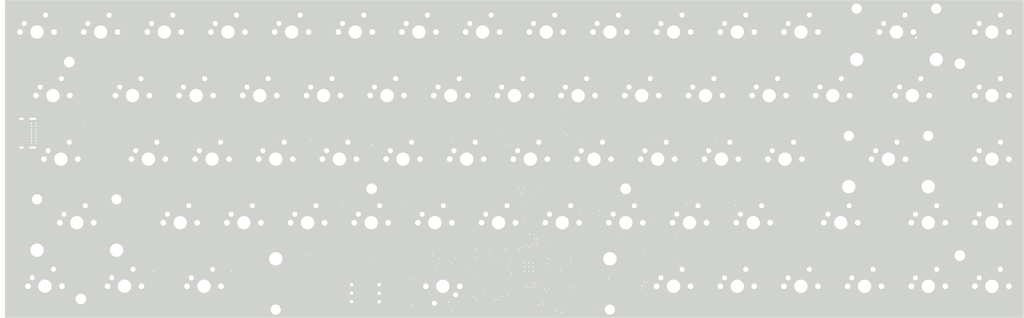
<source format=kicad_pcb>
(kicad_pcb (version 20241229) (generator "pcbnew") (generator_version "9.0")
  (layers (0 "F.Cu" signal) (2 "B.Cu" signal) (13 "F.Paste" user) (15 "B.Paste" user) (5 "F.SilkS" user "F.Silkscreen") (7 "B.SilkS" user "B.Silkscreen") (1 "F.Mask" user) (3 "B.Mask" user) (25 "Edge.Cuts" user))
  (net 0 "")
  (net 1 "VBUS")
  (net 2 "GND")
  (net 3 "+3V3")
  (net 4 "XIN")
  (net 5 "Net-(C5-Pad1)")
  (net 6 "+1V1")
  (net 7 "Col0")
  (net 8 "Net-(D1-A)")
  (net 9 "Col1")
  (net 10 "Net-(D2-A)")
  (net 11 "Net-(D3-A)")
  (net 12 "Col2")
  (net 13 "Net-(D4-A)")
  (net 14 "Col3")
  (net 15 "Col4")
  (net 16 "Net-(D5-A)")
  (net 17 "Net-(D6-A)")
  (net 18 "Col5")
  (net 19 "Net-(D7-A)")
  (net 20 "Col6")
  (net 21 "Net-(D8-A)")
  (net 22 "Col7")
  (net 23 "Net-(D9-A)")
  (net 24 "Col8")
  (net 25 "Net-(D10-A)")
  (net 26 "Col9")
  (net 27 "Col10")
  (net 28 "Net-(D11-A)")
  (net 29 "Net-(D12-A)")
  (net 30 "Col11")
  (net 31 "Net-(D13-A)")
  (net 32 "Col12")
  (net 33 "Col13")
  (net 34 "Net-(D14-A)")
  (net 35 "Col14")
  (net 36 "Net-(D15-A)")
  (net 37 "Col15")
  (net 38 "Net-(D16-A)")
  (net 39 "Net-(D17-A)")
  (net 40 "Net-(D18-A)")
  (net 41 "Net-(D19-A)")
  (net 42 "Net-(D20-A)")
  (net 43 "Net-(D21-A)")
  (net 44 "Net-(D22-A)")
  (net 45 "Net-(D23-A)")
  (net 46 "Net-(D24-A)")
  (net 47 "Net-(D25-A)")
  (net 48 "Net-(D26-A)")
  (net 49 "Net-(D27-A)")
  (net 50 "Net-(D28-A)")
  (net 51 "Net-(D29-A)")
  (net 52 "Net-(D30-A)")
  (net 53 "Net-(D31-A)")
  (net 54 "Net-(D32-A)")
  (net 55 "Net-(D33-A)")
  (net 56 "Net-(D34-A)")
  (net 57 "Net-(D35-A)")
  (net 58 "Net-(D36-A)")
  (net 59 "Net-(D37-A)")
  (net 60 "Net-(D38-A)")
  (net 61 "Net-(D39-A)")
  (net 62 "Net-(D40-A)")
  (net 63 "Net-(D41-A)")
  (net 64 "Net-(D42-A)")
  (net 65 "Net-(D43-A)")
  (net 66 "Net-(D44-A)")
  (net 67 "Net-(D45-A)")
  (net 68 "Net-(D46-A)")
  (net 69 "Net-(D47-A)")
  (net 70 "Net-(D48-A)")
  (net 71 "Net-(D49-A)")
  (net 72 "Net-(D50-A)")
  (net 73 "Net-(D51-A)")
  (net 74 "Net-(D52-A)")
  (net 75 "Net-(D53-A)")
  (net 76 "Net-(D54-A)")
  (net 77 "Net-(D55-A)")
  (net 78 "Net-(D56-A)")
  (net 79 "Net-(D57-A)")
  (net 80 "Net-(D58-A)")
  (net 81 "Net-(D59-A)")
  (net 82 "Net-(D60-A)")
  (net 83 "Net-(D61-A)")
  (net 84 "Net-(D62-A)")
  (net 85 "Net-(D63-A)")
  (net 86 "Net-(D64-A)")
  (net 87 "Net-(D65-A)")
  (net 88 "Net-(D66-A)")
  (net 89 "USB_D+")
  (net 91 "Net-(J1-CC2)")
  (net 92 "USB_D-")
  (net 93 "Net-(J1-CC1)")
  (net 95 "Net-(J2-Pin_1)")
  (net 96 "Net-(J2-Pin_2)")
  (net 97 "/MCU/SWD")
  (net 98 "/MCU/SWCLK")
  (net 99 "QSPI_SS")
  (net 100 "/Flash/~{USB_BOOT}")
  (net 101 "XOUT")
  (net 102 "Net-(U3-USB_DP)")
  (net 103 "Net-(U3-USB_DM)")
  (net 104 "/MCU/RUN")
  (net 105 "Mod0")
  (net 106 "Mod1")
  (net 107 "Row0")
  (net 108 "Row1")
  (net 109 "Row2")
  (net 110 "Row3")
  (net 111 "Row4")
  (net 112 "QSPI_SCLK")
  (net 113 "QSPI_SD0")
  (net 114 "QSPI_SD1")
  (net 115 "QSPI_SD2")
  (net 116 "QSPI_SD3")
  (net 120 "Net-(D67-A)")
  (net 121 "Net-(J2-Pin_3)")
  (net 122 "Net-(D68-A)")
  (net 123 "Net-(U3-GPIO29_ADC3)")
  (net 124 "Net-(F1-Pad1)")
  (net 125 "Net-(D69-A)")
  (net 126 "Net-(D70-A)")
  (footprint "Button_Switch_Keyboard:SW_Cherry_MX_1.00u_PCB" (layer "F.Cu") (at 153.3525 115.57)
    (property "Reference" "SW50")
    (property "Value" "SW_Push")
  )
  (footprint "Button_Switch_Keyboard:SW_Cherry_MX_1.75u_PCB" (layer "F.Cu") (at 79.53375 96.52)
    (property "Reference" "SW33")
    (property "Value" "SW_Push")
  )
  (footprint "Button_Switch_Keyboard:SW_Cherry_MX_1.00u_PCB" (layer "F.Cu") (at 277.1775 96.52)
    (property "Reference" "SW43")
    (property "Value" "SW_Push")
  )
  (footprint "Button_Switch_Keyboard:SW_Cherry_MX_1.00u_PCB" (layer "F.Cu") (at 262.89 58.42)
    (property "Reference" "SW13")
    (property "Value" "SW_Push")
  )
  (footprint "Button_Switch_Keyboard:SW_Cherry_MX_1.00u_PCB" (layer "F.Cu") (at 139.065 77.47)
    (property "Reference" "SW21")
    (property "Value" "SW_Push")
  )
  (footprint "Button_Switch_Keyboard:SW_Cherry_MX_1.00u_PCB" (layer "F.Cu") (at 358.14 115.57)
    (property "Reference" "SW60")
    (property "Value" "SW_Push")
  )
  (footprint "Button_Switch_Keyboard:SW_Cherry_MX_2.25u_PCB" (layer "F.Cu") (at 84.29625 115.57)
    (property "Reference" "SW47")
    (property "Value" "SW_Push")
  )
  (footprint "Button_Switch_Keyboard:SW_Cherry_MX_1.00u_PCB" (layer "F.Cu") (at 181.9275 96.52)
    (property "Reference" "SW38")
    (property "Value" "SW_Push")
  )
  (footprint "MountingHole:MountingHole_3.2mm_M3" (layer "F.Cu") (at 346 73)
    (property "Reference" "M3_5")
    (property "Value" "MountingHole_3.2mm_M3")
  )
  (footprint "Button_Switch_Keyboard:SW_Cherry_MX_1.25u_PCB" (layer "F.Cu") (at 122.375 134.62)
    (property "Reference" "SW63")
    (property "Value" "SW_Push")
  )
  (footprint "Button_Switch_Keyboard:SW_Cherry_MX_1.00u_PCB" (layer "F.Cu") (at 110.49 58.42)
    (property "Reference" "SW5")
    (property "Value" "SW_Push")
  )
  (footprint "Button_Switch_Keyboard:SW_Cherry_MX_1.00u_PCB" (layer "F.Cu") (at 158.13 77.47)
    (property "Reference" "SW22")
    (property "Value" "SW_Push")
  )
  (footprint "Button_Switch_Keyboard:SW_Cherry_MX_1.00u_PCB" (layer "F.Cu") (at 262.89 134.62)
    (property "Reference" "SW65")
    (property "Value" "SW_Push")
  )
  (footprint "Button_Switch_Keyboard:SW_Cherry_MX_1.00u_PCB" (layer "F.Cu") (at 320.04 134.62)
    (property "Reference" "SW68")
    (property "Value" "SW_Push")
  )
  (footprint "Button_Switch_Keyboard:SW_Cherry_MX_1.00u_PCB" (layer "F.Cu") (at 339.09 134.62)
    (property "Reference" "SW69")
    (property "Value" "SW_Push")
  )
  (footprint "Button_Switch_Keyboard:SW_Cherry_MX_1.00u_PCB" (layer "F.Cu") (at 134.3025 115.57)
    (property "Reference" "SW49")
    (property "Value" "SW_Push")
  )
  (footprint "Button_Switch_Keyboard:SW_Cherry_MX_1.25u_PCB" (layer "F.Cu") (at 98.58375 134.59625)
    (property "Reference" "SW62")
    (property "Value" "SW_Push")
  )
  (footprint "Button_Switch_Keyboard:SW_Cherry_MX_1.00u_PCB" (layer "F.Cu") (at 267.6525 115.57)
    (property "Reference" "SW56")
    (property "Value" "SW_Push")
  )
  (footprint "MountingHole:MountingHole_3.2mm_M3" (layer "F.Cu") (at 79.5 72.5)
    (property "Reference" "M3_2")
    (property "Value" "MountingHole_3.2mm_M3")
  )
  (footprint "Button_Switch_Keyboard:SW_Cherry_MX_1.00u_PCB" (layer "F.Cu") (at 339.09 115.57)
    (property "Reference" "SW59")
    (property "Value" "SW_Push")
  )
  (footprint "Button_Switch_Keyboard:SW_Cherry_MX_1.00u_PCB" (layer "F.Cu") (at 296.2275 96.52)
    (property "Reference" "SW44")
    (property "Value" "SW_Push")
  )
  (footprint "Button_Switch_Keyboard:SW_Cherry_MX_1.00u_PCB" (layer "F.Cu") (at 205.74 58.42)
    (property "Reference" "SW10")
    (property "Value" "SW_Push")
  )
  (footprint "Button_Switch_Keyboard:SW_Cherry_MX_1.00u_PCB" (layer "F.Cu") (at 200.9775 96.52)
    (property "Reference" "SW39")
    (property "Value" "SW_Push")
  )
  (footprint "MountingHole:MountingHole_3.2mm_M3" (layer "F.Cu") (at 346 130.5)
    (property "Reference" "M3_6")
    (property "Value" "MountingHole_3.2mm_M3")
  )
  (footprint "Button_Switch_Keyboard:SW_Cherry_MX_1.00u_PCB" (layer "F.Cu") (at 358.1625 77.47)
    (property "Reference" "SW32")
    (property "Value" "SW_Push")
  )
  (footprint "Button_Switch_Keyboard:SW_Cherry_MX_1.00u_PCB" (layer "F.Cu") (at 291.465 77.47)
    (property "Reference" "SW29")
    (property "Value" "SW_Push")
  )
  (footprint "Button_Switch_Keyboard:SW_Cherry_MX_2.00u_PCB" (layer "F.Cu") (at 329.565 58.42)
    (property "Reference" "SW16")
    (property "Value" "SW_Push")
  )
  (footprint "Button_Switch_Keyboard:SW_Cherry_MX_1.00u_PCB" (layer "F.Cu") (at 177.165 77.47)
    (property "Reference" "SW23")
    (property "Value" "SW_Push")
  )
  (footprint "Button_Switch_Keyboard:SW_Cherry_MX_1.00u_PCB" (layer "F.Cu") (at 186.69 58.42)
    (property "Reference" "SW9")
    (property "Value" "SW_Push")
  )
  (footprint "Button_Switch_Keyboard:SW_Cherry_MX_1.00u_PCB" (layer "F.Cu") (at 196.215 77.47)
    (property "Reference" "SW24")
    (property "Value" "SW_Push")
  )
  (footprint "Button_Switch_Keyboard:SW_Cherry_MX_1.00u_PCB" (layer "F.Cu") (at 258.1275 96.52)
    (property "Reference" "SW42")
    (property "Value" "SW_Push")
  )
  (footprint "Button_Switch_Keyboard:SW_Cherry_MX_1.00u_PCB" (layer "F.Cu") (at 300.99 134.62)
    (property "Reference" "SW67")
    (property "Value" "SW_Push")
  )
  (footprint "Button_Switch_Keyboard:SW_Cherry_MX_1.00u_PCB" (layer "F.Cu") (at 172.4025 115.57)
    (property "Reference" "SW51")
    (property "Value" "SW_Push")
  )
  (footprint "Button_Switch_Keyboard:SW_Cherry_MX_1.00u_PCB" (layer "F.Cu") (at 91.44 58.42)
    (property "Reference" "SW4")
    (property "Value" "SW_Push")
  )
  (footprint "Button_Switch_Keyboard:SW_Cherry_MX_1.00u_PCB" (layer "F.Cu") (at 220.0275 96.52)
    (property "Reference" "SW40")
    (property "Value" "SW_Push")
  )
  (footprint "Button_Switch_Keyboard:SW_Cherry_MX_1.00u_PCB" (layer "F.Cu") (at 215.265 77.47)
    (property "Reference" "SW25")
    (property "Value" "SW_Push")
  )
  (footprint "Button_Switch_Keyboard:SW_Cherry_MX_1.00u_PCB" (layer "F.Cu") (at 248.6025 115.57)
    (property "Reference" "SW55")
    (property "Value" "SW_Push")
  )
  (footprint "Button_Switch_Keyboard:SW_Cherry_MX_1.00u_PCB" (layer "F.Cu") (at 124.7775 96.52)
    (property "Reference" "SW35")
    (property "Value" "SW_Push")
  )
  (footprint "Button_Switch_Keyboard:SW_Cherry_MX_1.00u_PCB" (layer "F.Cu") (at 210.5025 115.57)
    (property "Reference" "SW53")
    (property "Value" "SW_Push")
  )
  (footprint "Button_Switch_Keyboard:SW_Cherry_MX_1.00u_PCB" (layer "F.Cu") (at 120.015 77.47)
    (property "Reference" "SW20")
    (property "Value" "SW_Push")
  )
  (footprint "Button_Switch_Keyboard:SW_Cherry_MX_1.00u_PCB" (layer "F.Cu") (at 281.94 134.62)
    (property "Reference" "SW66")
    (property "Value" "SW_Push")
  )
  (footprint "Button_Switch_Keyboard:SW_Cherry_MX_1.50u_PCB" (layer "F.Cu") (at 334.3275 77.47)
    (property "Reference" "SW31")
    (property "Value" "SW_Push")
  )
  (footprint "Button_Switch_Keyboard:SW_Cherry_MX_1.00u_PCB" (layer "F.Cu") (at 253.365 77.47)
    (property "Reference" "SW27")
    (property "Value" "SW_Push")
  )
  (footprint "Button_Switch_Keyboard:SW_Cherry_MX_1.00u_PCB" (layer "F.Cu") (at 239.0775 96.52)
    (property "Reference" "SW41")
    (property "Value" "SW_Push")
  )
  (footprint "MountingHole:MountingHole_3.2mm_M3" (layer "F.Cu") (at 246 110.5)
    (property "Reference" "M3_4")
    (property "Value" "MountingHole_3.2mm_M3")
  )
  (footprint "Button_Switch_Keyboard:SW_Cherry_MX_1.00u_PCB" (layer "F.Cu") (at 300.99 58.42)
    (property "Reference" "SW15")
    (property "Value" "SW_Push")
  )
  (footprint "Button_Switch_Keyboard:SW_Cherry_MX_1.00u_PCB" (layer "F.Cu") (at 143.8275 96.52)
    (property "Reference" "SW36")
    (property "Value" "SW_Push")
  )
  (footprint "Button_Switch_Keyboard:SW_Cherry_MX_1.00u_PCB" (layer "F.Cu") (at 234.315 77.47)
    (property "Reference" "SW26")
    (property "Value" "SW_Push")
  )
  (footprint "MountingHole:MountingHole_3.2mm_M3" (layer "F.Cu") (at 83 143.5)
    (property "Reference" "M3_1")
    (property "Value" "MountingHole_3.2mm_M3")
  )
  (footprint "Button_Switch_Keyboard:SW_Cherry_MX_1.00u_PCB" (layer "F.Cu") (at 358.14 58.42)
    (property "Reference" "SW17")
    (property "Value" "SW_Push")
  )
  (footprint "Button_Switch_Keyboard:SW_Cherry_MX_1.00u_PCB" (layer "F.Cu") (at 358.14 96.52)
    (property "Reference" "SW46")
    (property "Value" "SW_Push")
  )
  (footprint "Button_Switch_Keyboard:SW_Cherry_MX_1.00u_PCB" (layer "F.Cu") (at 191.4525 115.57)
    (property "Reference" "SW52")
    (property "Value" "SW_Push")
  )
  (footprint "Button_Switch_Keyboard:SW_Cherry_MX_1.00u_PCB" (layer "F.Cu") (at 148.59 58.42)
    (property "Reference" "SW7")
    (property "Value" "SW_Push")
  )
  (footprint "Button_Switch_Keyboard:SW_Cherry_MX_1.00u_PCB" (layer "F.Cu") (at 310.515 77.47)
    (property "Reference" "SW30")
    (property "Value" "SW_Push")
  )
  (footprint "Button_Switch_Keyboard:SW_Cherry_MX_2.25u_PCB" (layer "F.Cu") (at 327.19 96.535)
    (property "Reference" "SW45")
    (property "Value" "SW_Push")
  )
  (footprint "Button_Switch_Keyboard:SW_Cherry_MX_1.75u_PCB" (layer "F.Cu") (at 312.89625 115.57)
    (property "Reference" "SW58")
    (property "Value" "SW_Push")
  )
  (footprint "Button_Switch_Keyboard:SW_Cherry_MX_1.50u_PCB" (layer "F.Cu") (at 77.1525 77.47)
    (property "Reference" "SW18")
    (property "Value" "SW_Push")
  )
  (footprint "Button_Switch_Keyboard:SW_Cherry_MX_1.25u_PCB" (layer "F.Cu") (at 74.77125 134.59625)
    (property "Reference" "SW61")
    (property "Value" "SW_Push")
  )
  (footprint "Button_Switch_Keyboard:SW_Cherry_MX_1.00u_PCB" (layer "F.Cu") (at 281.94 58.42)
    (property "Reference" "SW14")
    (property "Value" "SW_Push")
  )
  (footprint "Button_Switch_Keyboard:SW_Cherry_MX_1.00u_PCB" (layer "F.Cu") (at 129.54 58.42)
    (property "Reference" "SW6")
    (property "Value" "SW_Push")
  )
  (footprint "MountingHole:MountingHole_3.2mm_M3" (layer "F.Cu") (at 170 110.5)
    (property "Reference" "M3_3")
    (property "Value" "MountingHole_3.2mm_M3")
  )
  (footprint "Button_Switch_Keyboard:SW_Cherry_MX_1.00u_PCB" (layer "F.Cu") (at 358.14 134.62)
    (property "Reference" "SW70")
    (property "Value" "SW_Push")
  )
  (footprint "Button_Switch_Keyboard:SW_Cherry_MX_1.00u_PCB" (layer "F.Cu") (at 100.965 77.47)
    (property "Reference" "SW19")
    (property "Value" "SW_Push")
  )
  (footprint "Button_Switch_Keyboard:SW_Cherry_MX_1.00u_PCB" (layer "F.Cu") (at 115.2525 115.57)
    (property "Reference" "SW48")
    (property "Value" "SW_Push")
  )
  (footprint "Button_Switch_Keyboard:SW_Cherry_MX_1.00u_PCB" (layer "F.Cu") (at 105.7275 96.52)
    (property "Reference" "SW34")
    (property "Value" "SW_Push")
  )
  (footprint "Button_Switch_Keyboard:SW_Cherry_MX_1.00u_PCB" (layer "F.Cu") (at 286.7025 115.57)
    (property "Reference" "SW57")
    (property "Value" "SW_Push")
  )
  (footprint "Button_Switch_Keyboard:SW_Cherry_MX_1.00u_PCB" (layer "F.Cu") (at 243.84 58.42)
    (property "Reference" "SW12")
    (property "Value" "SW_Push")
  )
  (footprint "Button_Switch_Keyboard:SW_Cherry_MX_1.00u_PCB" (layer "F.Cu") (at 229.5525 115.57)
    (property "Reference" "SW54")
    (property "Value" "SW_Push")
  )
  (footprint "Button_Switch_Keyboard:SW_Cherry_MX_1.00u_PCB" (layer "F.Cu") (at 162.8775 96.52)
    (property "Reference" "SW37")
    (property "Value" "SW_Push")
  )
  (footprint "Button_Switch_Keyboard:SW_Cherry_MX_1.00u_PCB" (layer "F.Cu") (at 224.79 58.42)
    (property "Reference" "SW11")
    (property "Value" "SW_Push")
  )
  (footprint "Button_Switch_Keyboard:SW_Cherry_MX_1.00u_PCB" (layer "F.Cu") (at 167.64 58.42)
    (property "Reference" "SW8")
    (property "Value" "SW_Push")
  )
  (footprint "Button_Switch_Keyboard:SW_Cherry_MX_6.25u_PCB" (layer "F.Cu") (at 188.75375 144.78 180)
    (property "Reference" "SW64")
    (property "Value" "SW_Push")
  )
  (footprint "Button_Switch_Keyboard:SW_Cherry_MX_1.00u_PCB" (layer "F.Cu") (at 272.415 77.47)
    (property "Reference" "SW28")
    (property "Value" "SW_Push")
  )
  (footprint "Button_Switch_Keyboard:SW_Cherry_MX_1.00u_PCB" (layer "F.Cu") (at 72.39 58.42)
    (property "Reference" "SW3")
    (property "Value" "SW_Push")
  )
  (footprint "Diode_SMD:D_SOD-523" (layer "B.Cu") (at 267.08375 134.145 180)
    (property "Reference" "D63")
    (property "Value" "1N4148WT")
  )
  (footprint "Diode_SMD:D_SOD-523" (layer "B.Cu") (at 165.5 95.645 180)
    (property "Reference" "D35")
    (property "Value" "1N4148WT")
  )
  (footprint "Diode_SMD:D_SOD-523" (layer "B.Cu") (at 184.5 95.645 180)
    (property "Reference" "D36")
    (property "Value" "1N4148WT")
  )
  (footprint "Capacitor_SMD:C_0603_1608Metric" (layer "B.Cu") (at 209.675 131.5 180)
    (property "Reference" "C6")
    (property "Value" "100n")
  )
  (footprint "Capacitor_SMD:C_0603_1608Metric" (layer "B.Cu") (at 216 125.675 90)
    (property "Reference" "C13")
    (property "Value" "100n")
  )
  (footprint "LED_SMD:LED_0603_1608Metric" (layer "B.Cu") (at 226.5625 109.65 180)
    (property "Reference" "D67")
    (property "Value" "3V3")
  )
  (footprint "Diode_SMD:D_SOD-523" (layer "B.Cu") (at 142 76.5 180)
    (property "Reference" "D19")
    (property "Value" "1N4148WT")
  )
  (footprint "Diode_SMD:D_SOD-523" (layer "B.Cu") (at 316.25 114.25 180)
    (property "Reference" "D56")
    (property "Value" "1N4148WT")
  )
  (footprint "Diode_SMD:D_SOD-523" (layer "B.Cu") (at 257.7625 78.1375 180)
    (property "Reference" "D25")
    (property "Value" "1N4148WT")
  )
  (footprint "Connector_PinHeader_2.54mm:PinHeader_1x03_P2.54mm_Vertical" (layer "B.Cu") (at 164 139.21 180)
    (property "Reference" "J2")
    (property "Value" "GPIO Breakout")
  )
  (footprint "Diode_SMD:D_SOD-523" (layer "B.Cu") (at 232.45 115.6 180)
    (property "Reference" "D52")
    (property "Value" "1N4148WT")
  )
  (footprint "Diode_SMD:D_SOD-523" (layer "B.Cu") (at 213.78375 114.945 180)
    (property "Reference" "D51")
    (property "Value" "1N4148WT")
  )
  (footprint "Resistor_SMD:R_0603_1608Metric" (layer "B.Cu") (at 231.175 146)
    (property "Reference" "R4")
    (property "Value" "1k")
  )
  (footprint "Diode_SMD:D_SOD-523" (layer "B.Cu") (at 238.7125 78.1375 180)
    (property "Reference" "D24")
    (property "Value" "1N4148WT")
  )
  (footprint "Diode_SMD:D_SOD-523" (layer "B.Cu") (at 294.25 76.5 180)
    (property "Reference" "D27")
    (property "Value" "1N4148WT")
  )
  (footprint "Resistor_SMD:R_0603_1608Metric" (layer "B.Cu") (at 209.7 135.6 180)
    (property "Reference" "R5")
    (property "Value" "1k")
  )
  (footprint "Diode_SMD:D_SOD-523" (layer "B.Cu") (at 194.58375 115.545 180)
    (property "Reference" "D50")
    (property "Value" "1N4148WT")
  )
  (footprint "Diode_SMD:D_SOD-523" (layer "B.Cu") (at 330 95.645 180)
    (property "Reference" "D43")
    (property "Value" "1N4148WT")
  )
  (footprint "Capacitor_SMD:C_0805_2012Metric" (layer "B.Cu") (at 212.55 109 90)
    (property "Reference" "C2")
    (property "Value" "10u")
  )
  (footprint "Diode_SMD:D_SOD-523" (layer "B.Cu") (at 337 76.5 180)
    (property "Reference" "D29")
    (property "Value" "1N4148WT")
  )
  (footprint "Diode_SMD:D_SOD-523" (layer "B.Cu") (at 208.5 57.5 180)
    (property "Reference" "D8")
    (property "Value" "1N4148WT")
  )
  (footprint "Capacitor_SMD:C_0603_1608Metric" (layer "B.Cu") (at 225.3 130.9)
    (property "Reference" "C16")
    (property "Value" "1u")
  )
  (footprint "Diode_SMD:D_SOD-523" (layer "B.Cu") (at 81.55 78.1375 180)
    (property "Reference" "D16")
    (property "Value" "1N4148WT")
  )
  (footprint "Resistor_SMD:R_0603_1608Metric" (layer "B.Cu") (at 223.555 111.15)
    (property "Reference" "R12")
    (property "Value" "110")
  )
  (footprint "Diode_SMD:D_SOD-523" (layer "B.Cu") (at 151.5 57.5 180)
    (property "Reference" "D5")
    (property "Value" "1N4148WT")
  )
  (footprint "Diode_SMD:D_SOD-523" (layer "B.Cu") (at 361 57.5 180)
    (property "Reference" "D15")
    (property "Value" "1N4148WT")
  )
  (footprint "Diode_SMD:D_SOD-523" (layer "B.Cu") (at 175.18375 115.545 180)
    (property "Reference" "D49")
    (property "Value" "1N4148WT")
  )
  (footprint "Diode_SMD:D_SOD-523" (layer "B.Cu") (at 105.45625 78.1375 180)
    (property "Reference" "D17")
    (property "Value" "1N4148WT")
  )
  (footprint "Diode_SMD:D_SOD-523" (layer "B.Cu") (at 118.08375 115.845 180)
    (property "Reference" "D46")
    (property "Value" "1N4148WT")
  )
  (footprint "Diode_SMD:D_SOD-523" (layer "B.Cu") (at 161 76.5 180)
    (property "Reference" "D20")
    (property "Value" "1N4148WT")
  )
  (footprint "LED_SMD:LED_0603_1608Metric" (layer "B.Cu") (at 226.5625 111.15 180)
    (property "Reference" "D68")
    (property "Value" "3V3")
  )
  (footprint "Capacitor_SMD:C_0603_1608Metric" (layer "B.Cu") (at 228.3 135.4)
    (property "Reference" "C15")
    (property "Value" "1u")
  )
  (footprint "Diode_SMD:D_SOD-523" (layer "B.Cu") (at 342 133.75 180)
    (property "Reference" "D65")
    (property "Value" "1N4148WT")
  )
  (footprint "Package_TO_SOT_SMD:SOT-223-3_TabPin2" (layer "B.Cu") (at 206.9 111)
    (property "Reference" "U1")
    (property "Value" "NCP1117-3.3_SOT223")
  )
  (footprint "Diode_SMD:D_SOD-523" (layer "B.Cu") (at 361 133.75 180)
    (property "Reference" "D66")
    (property "Value" "1N4148WT")
  )
  (footprint "Diode_SMD:D_SOD-523" (layer "B.Cu") (at 265.5 57.5 180)
    (property "Reference" "D11")
    (property "Value" "1N4148WT")
  )
  (footprint "Diode_SMD:D_SOD-523" (layer "B.Cu") (at 289.58375 114.645 180)
    (property "Reference" "D55")
    (property "Value" "1N4148WT")
  )
  (footprint "Fuse:Fuse_0603_1608Metric_Pad1.05x0.95mm_HandSolder" (layer "B.Cu") (at 72.3 91.7)
    (property "Reference" "F1")
    (property "Value" "Fuse")
  )
  (footprint "Diode_SMD:D_SOD-523" (layer "B.Cu") (at 303.8 57.5 180)
    (property "Reference" "D13")
    (property "Value" "1N4148WT")
  )
  (footprint "Capacitor_SMD:C_0603_1608Metric" (layer "B.Cu") (at 225.3 132.4)
    (property "Reference" "C11")
    (property "Value" "100n")
  )
  (footprint "Diode_SMD:D_SOD-523" (layer "B.Cu") (at 122.793125 76.596875 180)
    (property "Reference" "D18")
    (property "Value" "1N4148WT")
  )
  (footprint "Diode_SMD:D_SOD-523" (layer "B.Cu") (at 88.30875 114.72625 180)
    (property "Reference" "D45")
    (property "Value" "1N4148WT")
  )
  (footprint "RP2040_minimal_r2:RP2040-QFN-56" (layer "B.Cu") (at 217 133.9375 90)
    (property "Reference" "U3")
    (property "Value" "RP2040")
  )
  (footprint "Diode_SMD:D_SOD-523" (layer "B.Cu") (at 218 76.5 180)
    (property "Reference" "D23")
    (property "Value" "1N4148WT")
  )
  (footprint "Capacitor_SMD:C_0603_1608Metric" (layer "B.Cu") (at 220.5 125.675 90)
    (property "Reference" "C9")
    (property "Value" "100n")
  )
  (footprint "Capacitor_SMD:C_0603_1608Metric" (layer "B.Cu") (at 214.5 141 -90)
    (property "Reference" "C3")
    (property "Value" "100n")
  )
  (footprint "Package_SO:SOIC-8_5.23x5.23mm_P1.27mm" (layer "B.Cu") (at 226.095 142.4 90)
    (property "Reference" "U2")
    (property "Value" "W25Q128JVS")
  )
  (footprint "Diode_SMD:D_SOD-523" (layer "B.Cu") (at 189.5 57.5 180)
    (property "Reference" "D7")
    (property "Value" "1N4148WT")
  )
  (footprint "Resistor_SMD:R_0603_1608Metric" (layer "B.Cu") (at 209.675 130)
    (property "Reference" "R8")
    (property "Value" "10k")
  )
  (footprint "Diode_SMD:D_SOD-523" (layer "B.Cu") (at 223 95.645 180)
    (property "Reference" "D38")
    (property "Value" "1N4148WT")
  )
  (footprint "Diode_SMD:D_SOD-523" (layer "B.Cu") (at 94.13875 57.62625 180)
    (property "Reference" "D2")
    (property "Value" "1N4148WT")
  )
  (footprint "Resistor_SMD:R_0603_1608Metric" (layer "B.Cu") (at 62.7 87 -90)
    (property "Reference" "R2")
    (property "Value" "5.1k")
  )
  (footprint "Connector_USB:USB_C_Receptacle_GCT_USB4085" (layer "B.Cu") (at 69.55 96.8 90)
    (property "Reference" "J1")
    (property "Value" "USB_C_Receptacle_USB2.0_16P")
  )
  (footprint "Diode_SMD:D_SOD-523" (layer "B.Cu") (at 313.25 76.75 180)
    (property "Reference" "D28")
    (property "Value" "1N4148WT")
  )
  (footprint "Library:logo" (layer "B.Cu") (at 89.89625 127.42625 180)
    (property "Reference" "G***" (hide yes))
    (property "Value" "LOGO" (hide yes))
  )
  (footprint "Resistor_SMD:R_0603_1608Metric" (layer "B.Cu") (at 231.4 132.5 180)
    (property "Reference" "R6")
    (property "Value" "27")
  )
  (footprint "Capacitor_SMD:C_0603_1608Metric" (layer "B.Cu") (at 205.4 142 -90)
    (property "Reference" "C4")
    (property "Value" "15p")
  )
  (footprint "Diode_SMD:D_SOD-523" (layer "B.Cu") (at 299 95.75 180)
    (property "Reference" "D42")
    (property "Value" "1N4148WT")
  )
  (footprint "Diode_SMD:D_SOD-523" (layer "B.Cu") (at 126.59 134.145 180)
    (property "Reference" "D61")
    (property "Value" "1N4148WT")
  )
  (footprint "Diode_SMD:D_SOD-523" (layer "B.Cu") (at 77.5 134.1 180)
    (property "Reference" "D59")
    (property "Value" "1N4148WT")
  )
  (footprint "Capacitor_SMD:C_0603_1608Metric" (layer "B.Cu") (at 225.3 133.9)
    (property "Reference" "C14")
    (property "Value" "100n")
  )
  (footprint "Resistor_SMD:R_0603_1608Metric" (layer "B.Cu") (at 231.175 138.5 180)
    (property "Reference" "R3")
    (property "Value" "DNF")
  )
  (footprint "Diode_SMD:D_SOD-523" (layer "B.Cu") (at 270.88375 115.145 180)
    (property "Reference" "D54")
    (property "Value" "1N4148WT")
  )
  (footprint "Connector:FanPinHeader_1x03_P2.54mm_Vertical" (layer "B.Cu") (at 172.25 139.25 -90)
    (property "Reference" "J3")
    (property "Value" "SWD Debug")
  )
  (footprint "Diode_SMD:D_SOD-523" (layer "B.Cu") (at 113.268125 57.546875 180)
    (property "Reference" "D3")
    (property "Value" "1N4148WT")
  )
  (footprint "Diode_SMD:D_SOD-523" (layer "B.Cu") (at 108.5 95.645 180)
    (property "Reference" "D32")
    (property "Value" "1N4148WT")
  )
  (footprint "Diode_SMD:D_SOD-523" (layer "B.Cu") (at 156.28375 115.245 180)
    (property "Reference" "D48")
    (property "Value" "1N4148WT")
  )
  (footprint "Diode_SMD:D_SOD-523" (layer "B.Cu") (at 276.8125 78.1375 180)
    (property "Reference" "D26")
    (property "Value" "1N4148WT")
  )
  (footprint "Diode_SMD:D_SOD-523" (layer "B.Cu") (at 322.75 133.75 180)
    (property "Reference" "D64")
    (property "Value" "1N4148WT")
  )
  (footprint "Diode_SMD:D_SOD-523" (layer "B.Cu") (at 342 114.75 180)
    (property "Reference" "D57")
    (property "Value" "1N4148WT")
  )
  (footprint "Diode_SMD:D_SOD-523" (layer "B.Cu") (at 83 95.5 180)
    (property "Reference" "D31")
    (property "Value" "1N4148WT")
  )
  (footprint "Capacitor_SMD:C_0805_2012Metric" (layer "B.Cu") (at 75 89.3 90)
    (property "Reference" "C1")
    (property "Value" "10u")
  )
  (footprint "Capacitor_SMD:C_0603_1608Metric" (layer "B.Cu") (at 225.3 126.7)
    (property "Reference" "C7")
    (property "Value" "100n")
  )
  (footprint "Diode_SMD:D_SOD-523" (layer "B.Cu") (at 361 95.75 180)
    (property "Reference" "D44")
    (property "Value" "1N4148WT")
  )
  (footprint "Diode_SMD:D_SOD-523" (layer "B.Cu") (at 285 57.5 180)
    (property "Reference" "D12")
    (property "Value" "1N4148WT")
  )
  (footprint "Button_Switch_SMD:SW_DIP_SPSTx01_Slide_6.7x4.1mm_W8.61mm_P2.54mm_LowProfile" (layer "B.Cu") (at 244 142 180)
    (property "Reference" "SW1")
    (property "Value" "SW_DIP_x01")
  )
  (footprint "Diode_SMD:D_SOD-523" (layer "B.Cu") (at 242 95.645 180)
    (property "Reference" "D39")
    (property "Value" "1N4148WT")
  )
  (footprint "Diode_SMD:D_SOD-523" (layer "B.Cu") (at 136.98375 115.045 180)
    (property "Reference" "D47")
    (property "Value" "1N4148WT")
  )
  (footprint "Diode_SMD:D_SOD-523" (layer "B.Cu") (at 204 95.5 180)
    (property "Reference" "D37")
    (property "Value" "1N4148WT")
  )
  (footprint "Resistor_SMD:R_0603_1608Metric" (layer "B.Cu") (at 72.1 95.8)
    (property "Reference" "R1")
    (property "Value" "5.1k")
  )
  (footprint "Diode_SMD:D_SOD-523" (layer "B.Cu") (at 284.75 133.8 180)
    (property "Reference" "D69")
    (property "Value" "1N4148WT")
  )
  (footprint "Crystal:Crystal_SMD_3225-4Pin_3.2x2.5mm" (layer "B.Cu") (at 206.25 137.5 90)
    (property "Reference" "Y1")
    (property "Value" "ABM8-272-T3")
  )
  (footprint "Diode_SMD:D_SOD-523" (layer "B.Cu") (at 102.7775 134.145 180)
    (property "Reference" "D60")
    (property "Value" "1N4148WT")
  )
  (footprint "Diode_SMD:D_SOD-523" (layer "B.Cu") (at 332.5 57.645 180)
    (property "Reference" "D14" (hide yes))
    (property "Value" "1N4148WT")
  )
  (footprint "Diode_SMD:D_SOD-523" (layer "B.Cu") (at 361 114.75 180)
    (property "Reference" "D58")
    (property "Value" "1N4148WT")
  )
  (footprint "Diode_SMD:D_SOD-523" (layer "B.Cu") (at 303.8 133.8 180)
    (property "Reference" "D70")
    (property "Value" "1N4148WT")
  )
  (footprint "Button_Switch_SMD:SW_Push_1P1T_NO_CK_KMR2" (layer "B.Cu") (at 198.5 127 90)
    (property "Reference" "SW2")
    (property "Value" "SW_Push")
  )
  (footprint "Diode_SMD:D_SOD-523" (layer "B.Cu") (at 261 95.645 180)
    (property "Reference" "D40")
    (property "Value" "1N4148WT")
  )
  (footprint "Diode_SMD:D_SOD-523" (layer "B.Cu") (at 280 95.645 180)
    (property "Reference" "D41")
    (property "Value" "1N4148WT")
  )
  (footprint "Diode_SMD:D_SOD-523" (layer "B.Cu") (at 246.5 57.5 180)
    (property "Reference" "D10")
    (property "Value" "1N4148WT")
  )
  (footprint "Diode_SMD:D_SOD-523" (layer "B.Cu") (at 251.48375 115.445 180)
    (property "Reference" "D53")
    (property "Value" "1N4148WT")
  )
  (footprint "Diode_SMD:D_SOD-523" (layer "B.Cu") (at 361 76.5 180)
    (property "Reference" "D30")
    (property "Value" "1N4148WT")
  )
  (footprint "Diode_SMD:D_SOD-523" (layer "B.Cu") (at 75.009375 57.705625 180)
    (property "Reference" "D1")
    (property "Value" "1N4148WT")
  )
  (footprint "Diode_SMD:D_SOD-523" (layer "B.Cu") (at 146.5 95.645 180)
    (property "Reference" "D34")
    (property "Value" "1N4148WT")
  )
  (footprint "Capacitor_SMD:C_0603_1608Metric" (layer "B.Cu") (at 209.7 134.1 180)
    (property "Reference" "C12")
    (property "Value" "100n")
  )
  (footprint "Diode_SMD:D_SOD-523" (layer "B.Cu") (at 127.5 95.645 180)
    (property "Reference" "D33")
    (property "Value" "1N4148WT")
  )
  (footprint "Capacitor_SMD:C_0603_1608Metric" (layer "B.Cu") (at 205.025 134.6 180)
    (property "Reference" "C5")
    (property "Value" "15p")
  )
  (footprint "Resistor_SMD:R_0603_1608Metric" (layer "B.Cu") (at 223.55375 109.66)
    (property "Reference" "R11")
    (property "Value" "110")
  )
  (footprint "Diode_SMD:D_SOD-523" (layer "B.Cu") (at 180 76.5 180)
    (property "Reference" "D21")
    (property "Value" "1N4148WT")
  )
  (footprint "Diode_SMD:D_SOD-523" (layer "B.Cu") (at 132.5 57.5 180)
    (property "Reference" "D4")
    (property "Value" "1N4148WT")
  )
  (footprint "Diode_SMD:D_SOD-523" (layer "B.Cu") (at 227.5 57.5 180)
    (property "Reference" "D9")
    (property "Value" "1N4148WT")
  )
  (footprint "Resistor_SMD:R_0603_1608Metric" (layer "B.Cu") (at 231.4 131 180)
    (property "Reference" "R7")
    (property "Value" "27")
  )
  (footprint "Diode_SMD:D_SOD-523" (layer "B.Cu") (at 198 142 180)
    (property "Reference" "D62")
    (property "Value" "1N4148WT")
  )
  (footprint "Diode_SMD:D_SOD-523" (layer "B.Cu") (at 170.5 57.5 180)
    (property "Reference" "D6")
    (property "Value" "1N4148WT")
  )
  (footprint "Capacitor_SMD:C_0603_1608Metric" (layer "B.Cu") (at 225.3 129.4)
    (property "Reference" "C8")
    (property "Value" "100n")
  )
  (footprint "Diode_SMD:D_SOD-523" (layer "B.Cu") (at 200.6125 78.1375 180)
    (property "Reference" "D22")
    (property "Value" "1N4148WT")
  )
  (footprint "Capacitor_SMD:C_0603_1608Metric" (layer "B.Cu") (at 220 141.3 -90)
    (property "Reference" "C10")
    (property "Value" "100n")
  )
  (gr_rect (start 60.28375 53.945) (end 365.08375 149.145) (stroke (width 0.05)) (fill no) (layer "Edge.Cuts"))
  (gr_text "Rev 1.1" (at 78.5 144.5 0) (layer "B.SilkS") (effects (font (size 2 2) (thickness 0.2)) (justify left bottom mirror)))
  (gr_text "3V3" (at 231.05 111.1 180) (layer "B.SilkS") (effects (font (size 0.5 0.5) (thickness 0.1)) (justify left bottom mirror)))
  (gr_text "GPIO29" (at 233.8 110.35 0) (layer "B.SilkS") (effects (font (size 0.5 0.5) (thickness 0.1)) (justify left bottom mirror)))
  (gr_text "WayWayWay" (at 78.5 147.5 0) (layer "B.SilkS") (effects (font (size 2 2) (thickness 0.2)) (justify left bottom mirror)))
  (segment (start 206.95 91.7) (end 207.9 92.65) (width 0.5) (layer "F.Cu") (net 1))
  (segment (start 83.9 91.7) (end 206.95 91.7) (width 0.5) (layer "F.Cu") (net 1))
  (via (at 207.9 92.65) (size 0.6) (drill 0.3) (layers "F.Cu" "B.Cu") (net 1))
  (via (at 83.9 91.7) (size 0.6) (drill 0.3) (layers "F.Cu" "B.Cu") (net 1))
  (segment (start 207.9 92.65) (end 207.9 104.55) (width 0.5) (layer "B.Cu") (net 1))
  (segment (start 207.9 104.55) (end 203.75 108.7) (width 0.5) (layer "B.Cu") (net 1))
  (segment (start 73.175 91.7) (end 75 91.7) (width 0.5) (layer "B.Cu") (net 1))
  (segment (start 75 90.25) (end 75 91.7) (width 0.5) (layer "B.Cu") (net 1))
  (segment (start 75 91.7) (end 83.9 91.7) (width 0.5) (layer "B.Cu") (net 1))
  (segment (start 207.549358 131.450642) (end 201.450642 131.450642) (width 0.5) (layer "F.Cu") (net 2))
  (segment (start 201.450642 131.450642) (end 200.924265 130.924265) (width 0.5) (layer "F.Cu") (net 2))
  (segment (start 207.75 131.25) (end 207.549358 131.450642) (width 0.5) (layer "F.Cu") (net 2))
  (via (at 193.8775 96.47) (size 0.6) (drill 0.3) (layers "F.Cu" "B.Cu") (net 2))
  (via (at 261.95 130.65) (size 0.6) (drill 0.3) (layers "F.Cu" "B.Cu") (net 2))
  (via (at 209.5 125.85) (size 0.6) (drill 0.3) (layers "F.Cu" "B.Cu") (net 2))
  (via (at 232.77125 96.47) (size 0.6) (drill 0.3) (layers "F.Cu" "B.Cu") (net 2))
  (via (at 194.6 137.8) (size 0.6) (drill 0.3) (layers "F.Cu" "B.Cu") (net 2))
  (via (at 238.35 121.9) (size 0.6) (drill 0.3) (layers "F.Cu" "B.Cu") (net 2))
  (via (at 181.95 145.4) (size 0.6) (drill 0.3) (layers "F.Cu" "B.Cu") (net 2))
  (via (at 215.75 119.2) (size 0.6) (drill 0.3) (layers "F.Cu" "B.Cu") (net 2))
  (via (at 170.065 97.26375) (size 0.6) (drill 0.3) (layers "F.Cu" "B.Cu") (net 2))
  (via (at 273.2525 96.47) (size 0.6) (drill 0.3) (layers "F.Cu" "B.Cu") (net 2))
  (via (at 189.5 133.95) (size 0.6) (drill 0.3) (layers "F.Cu" "B.Cu") (net 2))
  (via (at 200.924265 130.924265) (size 0.6) (drill 0.3) (layers "F.Cu" "B.Cu") (net 2))
  (via (at 193.1 144.45) (size 0.6) (drill 0.3) (layers "F.Cu" "B.Cu") (net 2))
  (via (at 180.38375 115.52) (size 0.6) (drill 0.3) (layers "F.Cu" "B.Cu") (net 2))
  (via (at 116.88375 96.47) (size 0.6) (drill 0.3) (layers "F.Cu" "B.Cu") (net 2))
  (via (at 254.55 119.15) (size 0.6) (drill 0.3) (layers "F.Cu" "B.Cu") (net 2))
  (via (at 227.25 90.9) (size 0.6) (drill 0.3) (layers "F.Cu" "B.Cu") (net 2))
  (via (at 278.80875 115.52) (size 0.6) (drill 0.3) (layers "F.Cu" "B.Cu") (net 2))
  (via (at 207.75 131.25) (size 0.6) (drill 0.3) (layers "F.Cu" "B.Cu") (net 2))
  (via (at 161.33375 115.52) (size 0.6) (drill 0.3) (layers "F.Cu" "B.Cu") (net 2))
  (via (at 261.15 125.2) (size 0.6) (drill 0.3) (layers "F.Cu" "B.Cu") (net 2))
  (via (at 203.4 141.3) (size 0.6) (drill 0.3) (layers "F.Cu" "B.Cu") (net 2))
  (via (at 253.40875 96.47) (size 0.6) (drill 0.3) (layers "F.Cu" "B.Cu") (net 2))
  (via (at 332.86375 65.255) (size 1) (drill 0.6) (layers "F.Cu" "B.Cu") (net 2))
  (via (at 294.68375 84.56375) (size 0.6) (drill 0.3) (layers "F.Cu" "B.Cu") (net 2))
  (via (at 264.3 115.2) (size 0.6) (drill 0.3) (layers "F.Cu" "B.Cu") (net 2))
  (via (at 211.34 97.26375) (size 0.6) (drill 0.3) (layers "F.Cu" "B.Cu") (net 2))
  (via (at 238.85 134.95) (size 0.6) (drill 0.3) (layers "F.Cu" "B.Cu") (net 2))
  (via (at 245.1 125.8) (size 0.6) (drill 0.3) (layers "F.Cu" "B.Cu") (net 2))
  (via (at 199.2 135.35) (size 0.6) (drill 0.3) (layers "F.Cu" "B.Cu") (net 2))
  (via (at 226.4 85.3) (size 0.6) (drill 0.3) (layers "F.Cu" "B.Cu") (net 2))
  (via (at 229.35 141.2) (size 0.6) (drill 0.3) (layers "F.Cu" "B.Cu") (net 2))
  (via (at 236.55 147.25) (size 0.6) (drill 0.3) (layers "F.Cu" "B.Cu") (net 2))
  (via (at 182.5 137.55) (size 0.6) (drill 0.3) (layers "F.Cu" "B.Cu") (net 2))
  (via (at 251.6 128.95) (size 0.6) (drill 0.3) (layers "F.Cu" "B.Cu") (net 2))
  (via (at 151.80875 95.67625) (size 0.6) (drill 0.3) (layers "F.Cu" "B.Cu") (net 2))
  (via (at 140.69625 96.47) (size 0.6) (drill 0.3) (layers "F.Cu" "B.Cu") (net 2))
  (segment (start 205.4 136.8) (end 205.4 136.4) (width 0.2) (layer "B.Cu") (net 2))
  (segment (start 216 134.9375) (end 217 133.9375) (width 0.2) (layer "B.Cu") (net 2))
  (segment (start 208 131.5) (end 207.75 131.25) (width 0.5) (layer "B.Cu") (net 2))
  (segment (start 68.2 90.85) (end 69.55 90.85) (width 0.2) (layer "B.Cu") (net 2))
  (segment (start 206.188909 133.213689) (end 206.188909 129.211091) (width 0.5) (layer "B.Cu") (net 2))
  (segment (start 207.1 138.6) (end 207.1 138.5) (width 0.2) (layer "B.Cu") (net 2))
  (segment (start 208.9 131.5) (end 208 131.5) (width 0.5) (layer "B.Cu") (net 2))
  (segment (start 207.1 138.5) (end 205.4 136.8) (width 0.2) (layer "B.Cu") (net 2))
  (segment (start 206.188909 129.211091) (end 207.7 127.7) (width 0.5) (layer "B.Cu") (net 2))
  (segment (start 213.5625 134.9375) (end 216 134.9375) (width 0.2) (layer "B.Cu") (net 2))
  (segment (start 207.07522 134.1) (end 206.188909 133.213689) (width 0.5) (layer "B.Cu") (net 2))
  (segment (start 69.55 96.8) (end 68.2 96.8) (width 0.2) (layer "B.Cu") (net 2))
  (segment (start 208.925 134.1) (end 207.07522 134.1) (width 0.5) (layer "B.Cu") (net 2))
  (segment (start 216.1 109.9) (end 215.6 110.4) (width 0.2) (layer "F.Cu") (net 3))
  (segment (start 221.5 109.9) (end 216.1 109.9) (width 0.2) (layer "F.Cu") (net 3))
  (via (at 221.5 109.9) (size 0.6) (drill 0.3) (layers "F.Cu" "B.Cu") (net 3))
  (via (at 215.6 110.4) (size 0.6) (drill 0.3) (layers "F.Cu" "B.Cu") (net 3))
  (segment (start 213.5625 133.7375) (end 210.8375 133.7375) (width 0.2) (layer "B.Cu") (net 3))
  (segment (start 215.757742 126.692258) (end 216 126.45) (width 0.2) (layer "B.Cu") (net 3))
  (segment (start 208.85 128.65) (end 211.05 126.45) (width 0.5) (layer "B.Cu") (net 3))
  (segment (start 222.72875 109.66) (end 221.74 109.66) (width 0.2) (layer "B.Cu") (net 3))
  (segment (start 209.55 133.175) (end 207.675 133.175) (width 0.5) (layer "B.Cu") (net 3))
  (segment (start 216 137.375) (end 216 138.405917) (width 0.2) (layer "B.Cu") (net 3))
  (segment (start 220.5 129) (end 220.5 126.45) (width 0.2) (layer "B.Cu") (net 3))
  (segment (start 206.9 130.95) (end 207.85 130) (width 0.5) (layer "B.Cu") (net 3))
  (segment (start 216 130.5) (end 216 128.294554) (width 0.2) (layer "B.Cu") (net 3))
  (segment (start 227.7 141.8) (end 228 141.5) (width 0.5) (layer "B.Cu") (net 3))
  (segment (start 210.05 111) (end 212.55 111) (width 0.5) (layer "B.Cu") (net 3))
  (segment (start 221.74 109.66) (end 221.5 109.9) (width 0.2) (layer "B.Cu") (net 3))
  (segment (start 210.8375 133.7375) (end 210.475 134.1) (width 0.2) (layer "B.Cu") (net 3))
  (segment (start 224.525 129.325) (end 221.65 126.45) (width 0.5) (layer "B.Cu") (net 3))
  (segment (start 219.6 129.9) (end 220.5 129) (width 0.2) (layer "B.Cu") (net 3))
  (segment (start 224.525 133.9) (end 228 137.375) (width 0.5) (layer "B.Cu") (net 3))
  (segment (start 215.757742 128.052296) (end 215.757742 126.692258) (width 0.2) (layer "B.Cu") (net 3))
  (segment (start 221.545345 131.7375) (end 222.401472 130.881373) (width 0.2) (layer "B.Cu") (net 3))
  (segment (start 224.525 132.4) (end 224.525 130.9) (width 0.5) (layer "B.Cu") (net 3))
  (segment (start 207.675 133.175) (end 206.9 132.4) (width 0.5) (layer "B.Cu") (net 3))
  (segment (start 212.55 109.95) (end 212.55 111) (width 0.5) (layer "B.Cu") (net 3))
  (segment (start 220.4375 131.3375) (end 221.2625 131.3375) (width 0.2) (layer "B.Cu") (net 3))
  (segment (start 228.2 137.575) (end 228 137.375) (width 0.5) (layer "B.Cu") (net 3))
  (segment (start 220.5 140.025) (end 220.5 138.275) (width 0.2) (layer "B.Cu") (net 3))
  (segment (start 220 140.525) (end 221.275 141.8) (width 0.5) (layer "B.Cu") (net 3))
  (segment (start 231.075 137.575) (end 228.2 137.575) (width 0.5) (layer "B.Cu") (net 3))
  (segment (start 224.506373 130.881373) (end 224.525 130.9) (width 0.2) (layer "B.Cu") (net 3))
  (segment (start 215.6 110.4) (end 215 111) (width 0.2) (layer "B.Cu") (net 3))
  (segment (start 215 111) (end 217.9 113.9) (width 0.5) (layer "B.Cu") (net 3))
  (segment (start 223.2 129.4) (end 224.525 129.4) (width 0.2) (layer "B.Cu") (net 3))
  (segment (start 220.4375 133.7375) (end 224.3625 133.7375) (width 0.2) (layer "B.Cu") (net 3))
  (segment (start 210.475 134.1) (end 209.55 133.175) (width 0.5) (layer "B.Cu") (net 3))
  (segment (start 210.05 111) (end 203.75 111) (width 0.5) (layer "B.Cu") (net 3))
  (segment (start 228 141.5) (end 228 138.8) (width 0.5) (layer "B.Cu") (net 3))
  (segment (start 208.85 130) (end 208.85 128.65) (width 0.5) (layer "B.Cu") (net 3))
  (segment (start 215.165625 140.890625) (end 214.5 140.225) (width 0.5) (layer "B.Cu") (net 3))
  (segment (start 212.55 111) (end 215 111) (width 0.5) (layer "B.Cu") (net 3))
  (segment (start 220 140.525) (end 219.634375 140.890625) (width 0.5) (layer "B.Cu") (net 3))
  (segment (start 220 140.525) (end 220.5 140.025) (width 0.2) (layer "B.Cu") (net 3))
  (segment (start 219.634375 140.890625) (end 215.165625 140.890625) (width 0.5) (layer "B.Cu") (net 3))
  (segment (start 228 137.375) (end 228 138.8) (width 0.5) (layer "B.Cu") (net 3))
  (segment (start 217.9 113.9) (end 217.9 126.45) (width 0.5) (layer "B.Cu") (net 3))
  (segment (start 220.4375 133.3375) (end 222.773775 133.3375) (width 0.2) (layer "B.Cu") (net 3))
  (segment (start 224.525 133.9) (end 224.525 132.4) (width 0.5) (layer "B.Cu") (net 3))
  (segment (start 220.5 138.275) (end 219.6 137.375) (width 0.2) (layer "B.Cu") (net 3))
  (segment (start 216 138.405917) (end 214.5 139.905917) (width 0.2) (layer "B.Cu") (net 3))
  (segment (start 222.401472 130.881373) (end 224.506373 130.881373) (width 0.2) (layer "B.Cu") (net 3))
  (segment (start 221.275 141.8) (end 227.7 141.8) (width 0.5) (layer "B.Cu") (net 3))
  (segment (start 219.6 130.5) (end 219.6 129.9) (width 0.2) (layer "B.Cu") (net 3))
  (segment (start 220.4375 131.7375) (end 221.545345 131.7375) (width 0.2) (layer "B.Cu") (net 3))
  (segment (start 214.5 139.905917) (end 214.5 140.225) (width 0.2) (layer "B.Cu") (net 3))
  (segment (start 207.85 130) (end 208.85 130) (width 0.5) (layer "B.Cu") (net 3))
  (segment (start 222.773775 133.3375) (end 223.711275 132.4) (width 0.2) (layer "B.Cu") (net 3))
  (segment (start 232 138.5) (end 231.075 137.575) (width 0.5) (layer "B.Cu") (net 3))
  (segment (start 220.5 126.45) (end 217.9 126.45) (width 0.5) (layer "B.Cu") (net 3))
  (segment (start 223.711275 132.4) (end 224.525 132.4) (width 0.2) (layer "B.Cu") (net 3))
  (segment (start 224.525 129.4) (end 224.525 129.325) (width 0.5) (layer "B.Cu") (net 3))
  (segment (start 211.05 126.45) (end 216 126.45) (width 0.5) (layer "B.Cu") (net 3))
  (segment (start 224.525 130.9) (end 224.525 129.4) (width 0.5) (layer "B.Cu") (net 3))
  (segment (start 221.2625 131.3375) (end 223.2 129.4) (width 0.2) (layer "B.Cu") (net 3))
  (segment (start 224.3625 133.7375) (end 224.525 133.9) (width 0.2) (layer "B.Cu") (net 3))
  (segment (start 217.9 126.45) (end 216 126.45) (width 0.5) (layer "B.Cu") (net 3))
  (segment (start 206.9 132.4) (end 206.9 130.95) (width 0.5) (layer "B.Cu") (net 3))
  (segment (start 216 128.294554) (end 215.757742 128.052296) (width 0.2) (layer "B.Cu") (net 3))
  (segment (start 221.65 126.45) (end 220.5 126.45) (width 0.5) (layer "B.Cu") (net 3))
  (segment (start 211.225 136.375) (end 208 139.6) (width 0.2) (layer "B.Cu") (net 4))
  (segment (start 205.4 138.6) (end 205.4 141.225) (width 0.2) (layer "B.Cu") (net 4))
  (segment (start 211.225 135.465686) (end 211.225 136.375) (width 0.2) (layer "B.Cu") (net 4))
  (segment (start 205.4 138.7) (end 205.4 138.6) (width 0.2) (layer "B.Cu") (net 4))
  (segment (start 212.153186 134.5375) (end 211.225 135.465686) (width 0.2) (layer "B.Cu") (net 4))
  (segment (start 208 139.6) (end 206.3 139.6) (width 0.2) (layer "B.Cu") (net 4))
  (segment (start 213.5625 134.5375) (end 212.153186 134.5375) (width 0.2) (layer "B.Cu") (net 4))
  (segment (start 206.3 139.6) (end 205.4 138.7) (width 0.2) (layer "B.Cu") (net 4))
  (segment (start 207.1 135.9) (end 205.8 134.6) (width 0.2) (layer "B.Cu") (net 5))
  (segment (start 207.1 136.4) (end 207.9 135.6) (width 0.2) (layer "B.Cu") (net 5))
  (segment (start 207.1 136.4) (end 207.1 135.9) (width 0.2) (layer "B.Cu") (net 5))
  (segment (start 207.9 135.6) (end 208.875 135.6) (width 0.2) (layer "B.Cu") (net 5))
  (segment (start 212.135412 131.414588) (end 212.77114 130.77886) (width 0.2) (layer "F.Cu") (net 6))
  (segment (start 212.77114 130.77886) (end 213.524234 130.77886) (width 0.2) (layer "F.Cu") (net 6))
  (segment (start 210.787631 133.129304) (end 211.638578 133.129304) (width 0.2) (layer "F.Cu") (net 6))
  (segment (start 221.981373 132.21184) (end 222.71184 131.481373) (width 0.2) (layer "F.Cu") (net 6))
  (segment (start 212.135412 132.63247) (end 212.135412 131.414588) (width 0.2) (layer "F.Cu") (net 6))
  (segment (start 214.977445 128.922555) (end 215.307378 128.592622) (width 0.2) (layer "F.Cu") (net 6))
  (segment (start 222.71184 131.481373) (end 223.4 130.793213) (width 0.2) (layer "F.Cu") (net 6))
  (segment (start 221.981373 133.018873) (end 221.981373 132.21184) (width 0.2) (layer "F.Cu") (net 6))
  (segment (start 215.307378 128.592622) (end 217.127038 128.592622) (width 0.2) (layer "F.Cu") (net 6))
  (segment (start 222.35 127.85) (end 223.4 126.8) (width 0.2) (layer "F.Cu") (net 6))
  (segment (start 217.127038 128.592622) (end 217.86966 127.85) (width 0.2) (layer "F.Cu") (net 6))
  (segment (start 217.86966 127.85) (end 222.35 127.85) (width 0.2) (layer "F.Cu") (net 6))
  (segment (start 226.2 135.4) (end 226.642831 134.957169) (width 0.2) (layer "F.Cu") (net 6))
  (segment (start 223.4 130.793213) (end 223.4 126.8) (width 0.2) (layer "F.Cu") (net 6))
  (segment (start 213.524234 130.77886) (end 214.977445 129.325649) (width 0.2) (layer "F.Cu") (net 6))
  (segment (start 224.3625 135.4) (end 226.2 135.4) (width 0.2) (layer "F.Cu") (net 6))
  (segment (start 223.3 134.3375) (end 224.3625 135.4) (width 0.2) (layer "F.Cu") (net 6))
  (segment (start 214.977445 129.325649) (end 214.977445 128.922555) (width 0.2) (layer "F.Cu") (net 6))
  (segment (start 211.638578 133.129304) (end 212.135412 132.63247) (width 0.2) (layer "F.Cu") (net 6))
  (segment (start 223.3 134.3375) (end 221.981373 133.018873) (width 0.2) (layer "F.Cu") (net 6))
  (via (at 226.642831 134.957169) (size 0.6) (drill 0.3) (layers "F.Cu" "B.Cu") (net 6))
  (via (at 222.71184 131.481373) (size 0.6) (drill 0.3) (layers "F.Cu" "B.Cu") (net 6))
  (via (at 223.3 134.3375) (size 0.6) (drill 0.3) (layers "F.Cu" "B.Cu") (net 6))
  (via (at 210.787631 133.129304) (size 0.6) (drill 0.3) (layers "F.Cu" "B.Cu") (net 6))
  (via (at 223.4 126.8) (size 0.6) (drill 0.3) (layers "F.Cu" "B.Cu") (net 6))
  (segment (start 210 132.5) (end 210 131.95) (width 0.2) (layer "B.Cu") (net 6))
  (segment (start 210.8 133.3) (end 210 132.5) (width 0.2) (layer "B.Cu") (net 6))
  (segment (start 227.082169 134.957169) (end 227.525 135.4) (width 0.2) (layer "B.Cu") (net 6))
  (segment (start 213.5625 133.3375) (end 210.8375 133.3375) (width 0.2) (layer "B.Cu") (net 6))
  (segment (start 224.425 126.8) (end 224.525 126.7) (width 0.2) (layer "B.Cu") (net 6))
  (segment (start 222.367158 131.481373) (end 222.71184 131.481373) (width 0.2) (layer "B.Cu") (net 6))
  (segment (start 210.8375 133.3375) (end 210.8 133.3) (width 0.2) (layer "B.Cu") (net 6))
  (segment (start 210.8 133.141673) (end 210.787631 133.129304) (width 0.2) (layer "B.Cu") (net 6))
  (segment (start 210 131.95) (end 210.45 131.5) (width 0.2) (layer "B.Cu") (net 6))
  (segment (start 221.711031 132.1375) (end 222.367158 131.481373) (width 0.2) (layer "B.Cu") (net 6))
  (segment (start 223.1 134.1375) (end 220.4375 134.1375) (width 0.2) (layer "B.Cu") (net 6))
  (segment (start 223.3 134.3375) (end 223.1 134.1375) (width 0.2) (layer "B.Cu") (net 6))
  (segment (start 223.4 126.8) (end 224.425 126.8) (width 0.2) (layer "B.Cu") (net 6))
  (segment (start 210.8 133.3) (end 210.8 133.141673) (width 0.2) (layer "B.Cu") (net 6))
  (segment (start 226.642831 134.957169) (end 227.082169 134.957169) (width 0.2) (layer "B.Cu") (net 6))
  (segment (start 220.4375 132.1375) (end 221.711031 132.1375) (width 0.2) (layer "B.Cu") (net 6))
  (segment (start 208.160003 141.439998) (end 206.405683 141.439998) (width 0.2) (layer "F.Cu") (net 7))
  (segment (start 193.374265 134.5) (end 190.274265 131.4) (width 0.2) (layer "F.Cu") (net 7))
  (segment (start 211.825 135.775003) (end 211.825 137.775) (width 0.2) (layer "F.Cu") (net 7))
  (segment (start 199.465685 134.5) (end 193.374265 134.5) (width 0.2) (layer "F.Cu") (net 7))
  (segment (start 206.405683 141.439998) (end 199.465685 134.5) (width 0.2) (layer "F.Cu") (net 7))
  (segment (start 211.825 137.775) (end 208.160003 141.439998) (width 0.2) (layer "F.Cu") (net 7))
  (via (at 211.825 135.775003) (size 0.6) (drill 0.3) (layers "F.Cu" "B.Cu") (net 7))
  (via (at 190.274265 131.4) (size 0.6) (drill 0.3) (layers "F.Cu" "B.Cu") (net 7))
  (segment (start 89.00875 114.72625) (end 89.00875 108.8525) (width 0.2) (layer "B.Cu") (net 7))
  (segment (start 212.262503 135.3375) (end 213.5625 135.3375) (width 0.2) (layer "B.Cu") (net 7))
  (segment (start 84.63375 104.4775) (end 84.63375 96.43375) (width 0.2) (layer "B.Cu") (net 7))
  (segment (start 78.2 134.1) (end 85.51 134.1) (width 0.2) (layer "B.Cu") (net 7))
  (segment (start 84.63375 96.43375) (end 83.7 95.5) (width 0.2) (layer "B.Cu") (net 7))
  (segment (start 85.51 134.1) (end 89.00875 130.60125) (width 0.2) (layer "B.Cu") (net 7))
  (segment (start 78.090625 60.086875) (end 75.709375 57.705625) (width 0.2) (layer "B.Cu") (net 7))
  (segment (start 84.63375 94.56625) (end 84.63375 80.52125) (width 0.2) (layer "B.Cu") (net 7))
  (segment (start 92.9 144.9) (end 85.51 137.51) (width 0.2) (layer "B.Cu") (net 7))
  (segment (start 85.51 137.51) (end 85.51 134.1) (width 0.2) (layer "B.Cu") (net 7))
  (segment (start 190.274265 131.4) (end 145.7 131.4) (width 0.2) (layer "B.Cu") (net 7))
  (segment (start 89.00875 108.8525) (end 84.63375 104.4775) (width 0.2) (layer "B.Cu") (net 7))
  (segment (start 83.5 70.5) (end 78.090625 65.090625) (width 0.2) (layer "B.Cu") (net 7))
  (segment (start 84.63375 80.52125) (end 82.25 78.1375) (width 0.2) (layer "B.Cu") (net 7))
  (segment (start 89.00875 130.60125) (end 89.00875 114.72625) (width 0.2) (layer "B.Cu") (net 7))
  (segment (start 145.7 131.4) (end 132.2 144.9) (width 0.2) (layer "B.Cu") (net 7))
  (segment (start 78.090625 65.090625) (end 78.090625 60.086875) (width 0.2) (layer "B.Cu") (net 7))
  (segment (start 82.25 78.1375) (end 83.5 76.8875) (width 0.2) (layer "B.Cu") (net 7))
  (segment (start 83.7 95.5) (end 84.63375 94.56625) (width 0.2) (layer "B.Cu") (net 7))
  (segment (start 211.825 135.775003) (end 212.262503 135.3375) (width 0.2) (layer "B.Cu") (net 7))
  (segment (start 132.2 144.9) (end 92.9 144.9) (width 0.2) (layer "B.Cu") (net 7))
  (segment (start 83.5 76.8875) (end 83.5 70.5) (width 0.2) (layer "B.Cu") (net 7))
  (segment (start 74.309375 57.705625) (end 73.104375 57.705625) (width 0.2) (layer "B.Cu") (net 8))
  (segment (start 73.104375 57.705625) (end 72.39 58.42) (width 0.2) (layer "B.Cu") (net 8))
  (segment (start 202.7 144.2) (end 195.2375 136.7375) (width 0.2) (layer "F.Cu") (net 9))
  (segment (start 206.6 144.2) (end 202.7 144.2) (width 0.2) (layer "F.Cu") (net 9))
  (segment (start 121.815 136.7375) (end 120.2775 135.2) (width 0.2) (layer "F.Cu") (net 9))
  (segment (start 120.2775 135.2) (end 104.6 135.2) (width 0.2) (layer "F.Cu") (net 9))
  (segment (start 195.2375 136.7375) (end 121.815 136.7375) (width 0.2) (layer "F.Cu") (net 9))
  (via (at 206.6 144.2) (size 0.6) (drill 0.3) (layers "F.Cu" "B.Cu") (net 9))
  (via (at 104.6 135.2) (size 0.6) (drill 0.3) (layers "F.Cu" "B.Cu") (net 9))
  (segment (start 104.5325 135.2) (end 103.4775 134.145) (width 0.2) (layer "B.Cu") (net 9))
  (segment (start 94.83875 57.62625) (end 94.83875 61.33875) (width 0.2) (layer "B.Cu") (net 9))
  (segment (start 94.83875 61.33875) (end 106.15625 72.65625) (width 0.2) (layer "B.Cu") (net 9))
  (segment (start 106.15625 78.1375) (end 106.15625 92.60125) (width 0.2) (layer "B.Cu") (net 9))
  (segment (start 206.6 141.84853) (end 212.71103 135.7375) (width 0.2) (layer "B.Cu") (net 9))
  (segment (start 212.71103 135.7375) (end 213.5625 135.7375) (width 0.2) (layer "B.Cu") (net 9))
  (segment (start 106.15625 72.65625) (end 106.15625 78.1375) (width 0.2) (layer "B.Cu") (net 9))
  (segment (start 110 96.445) (end 110 114) (width 0.2) (layer "B.Cu") (net 9))
  (segment (start 103.4775 120.5225) (end 103.4775 134.145) (width 0.2) (layer "B.Cu") (net 9))
  (segment (start 110 114) (end 103.4775 120.5225) (width 0.2) (layer "B.Cu") (net 9))
  (segment (start 109.2 95.645) (end 110 96.445) (width 0.2) (layer "B.Cu") (net 9))
  (segment (start 206.6 144.2) (end 206.6 141.84853) (width 0.2) (layer "B.Cu") (net 9))
  (segment (start 104.6 135.2) (end 104.5325 135.2) (width 0.2) (layer "B.Cu") (net 9))
  (segment (start 106.15625 92.60125) (end 109.2 95.645) (width 0.2) (layer "B.Cu") (net 9))
  (segment (start 92.23375 57.62625) (end 91.44 58.42) (width 0.2) (layer "B.Cu") (net 10))
  (segment (start 93.43875 57.62625) (end 92.23375 57.62625) (width 0.2) (layer "B.Cu") (net 10))
  (segment (start 111.363125 57.546875) (end 110.49 58.42) (width 0.2) (layer "B.Cu") (net 11))
  (segment (start 112.568125 57.546875) (end 111.363125 57.546875) (width 0.2) (layer "B.Cu") (net 11))
  (segment (start 195.403186 136.3375) (end 129.2375 136.3375) (width 0.2) (layer "F.Cu") (net 12))
  (segment (start 129.2375 136.3375) (end 128.1 135.2) (width 0.2) (layer "F.Cu") (net 12))
  (segment (start 206.888527 143.639998) (end 206.848529 143.6) (width 0.2) (layer "F.Cu") (net 12))
  (segment (start 202.665686 143.6) (end 195.403186 136.3375) (width 0.2) (layer "F.Cu") (net 12))
  (segment (start 206.848529 143.6) (end 202.665686 143.6) (width 0.2) (layer "F.Cu") (net 12))
  (segment (start 207.2 143.639998) (end 206.888527 143.639998) (width 0.2) (layer "F.Cu") (net 12))
  (via (at 207.2 143.639998) (size 0.6) (drill 0.3) (layers "F.Cu" "B.Cu") (net 12))
  (via (at 128.1 135.2) (size 0.6) (drill 0.3) (layers "F.Cu" "B.Cu") (net 12))
  (segment (start 123.493125 76.596875) (end 123.493125 76.993125) (width 0.2) (layer "B.Cu") (net 12))
  (segment (start 117.5 70) (end 123.493125 75.993125) (width 0.2) (layer "B.Cu") (net 12))
  (segment (start 123.493125 75.993125) (end 123.493125 76.596875) (width 0.2) (layer "B.Cu") (net 12))
  (segment (start 212.876716 136.1375) (end 213.5625 136.1375) (width 0.2) (layer "B.Cu") (net 12))
  (segment (start 117.5 61.07875) (end 117.5 70) (width 0.2) (layer "B.Cu") (net 12))
  (segment (start 123.493125 76.993125) (end 128.2 81.7) (width 0.2) (layer "B.Cu") (net 12))
  (segment (start 128.1 134.955) (end 127.29 134.145) (width 0.2) (layer "B.Cu") (net 12))
  (segment (start 125.34 132.195) (end 125.34 131.73875) (width 0.2) (layer "B.Cu") (net 12))
  (segment (start 207.2 141.814216) (end 212.876716 136.1375) (width 0.2) (layer "B.Cu") (net 12))
  (segment (start 119.85625 126.255) (end 119.85625 116.9175) (width 0.2) (layer "B.Cu") (net 12))
  (segment (start 128.1 135.2) (end 128.1 134.955) (width 0.2) (layer "B.Cu") (net 12))
  (segment (start 129 113.441251) (end 129 96.445) (width 0.2) (layer "B.Cu") (net 12))
  (segment (start 207.2 143.639998) (end 207.2 141.814216) (width 0.2) (layer "B.Cu") (net 12))
  (segment (start 113.968125 57.546875) (end 117.5 61.07875) (width 0.2) (layer "B.Cu") (net 12))
  (segment (start 126.596251 115.845) (end 129 113.441251) (width 0.2) (layer "B.Cu") (net 12))
  (segment (start 118.78375 115.845) (end 126.596251 115.845) (width 0.2) (layer "B.Cu") (net 12))
  (segment (start 119.85625 116.9175) (end 118.78375 115.845) (width 0.2) (layer "B.Cu") (net 12))
  (segment (start 129 96.445) (end 128.2 95.645) (width 0.2) (layer "B.Cu") (net 12))
  (segment (start 127.29 134.145) (end 125.34 132.195) (width 0.2) (layer "B.Cu") (net 12))
  (segment (start 125.34 131.73875) (end 119.85625 126.255) (width 0.2) (layer "B.Cu") (net 12))
  (segment (start 128.2 81.7) (end 128.2 95.645) (width 0.2) (layer "B.Cu") (net 12))
  (segment (start 130.46 57.5) (end 129.54 58.42) (width 0.2) (layer "B.Cu") (net 13))
  (segment (start 131.8 57.5) (end 130.46 57.5) (width 0.2) (layer "B.Cu") (net 13))
  (segment (start 207.451444 143.039998) (end 207.998231 143.586785) (width 0.2) (layer "F.Cu") (net 14))
  (segment (start 195.568872 135.9375) (end 202.831372 143.2) (width 0.2) (layer "F.Cu") (net 14))
  (segment (start 156.9375 135.9375) (end 195.568872 135.9375) (width 0.2) (layer "F.Cu") (net 14))
  (segment (start 206.951471 143.039998) (end 207.451444 143.039998) (width 0.2) (layer "F.Cu") (net 14))
  (segment (start 151.4 130.4) (end 156.9375 135.9375) (width 0.2) (layer "F.Cu") (net 14))
  (segment (start 206.791469 143.2) (end 206.951471 143.039998) (width 0.2) (layer "F.Cu") (net 14))
  (segment (start 202.831372 143.2) (end 206.791469 143.2) (width 0.2) (layer "F.Cu") (net 14))
  (via (at 151.4 130.4) (size 0.6) (drill 0.3) (layers "F.Cu" "B.Cu") (net 14))
  (via (at 207.998231 143.586785) (size 0.6) (drill 0.3) (layers "F.Cu" "B.Cu") (net 14))
  (segment (start 137.68375 116.68375) (end 137.68375 115.045) (width 0.2) (layer "B.Cu") (net 14))
  (segment (start 142.7 69.4) (end 133.2 59.9) (width 0.2) (layer "B.Cu") (net 14))
  (segment (start 148.9275 97.3725) (end 147.2 95.645) (width 0.2) (layer "B.Cu") (net 14))
  (segment (start 133.2 59.9) (end 133.2 57.5) (width 0.2) (layer "B.Cu") (net 14))
  (segment (start 151.4 130.4) (end 137.68375 116.68375) (width 0.2) (layer "B.Cu") (net 14))
  (segment (start 142.7 76.5) (end 142.7 69.4) (width 0.2) (layer "B.Cu") (net 14))
  (segment (start 207.842658 143.431212) (end 207.842658 142.257342) (width 0.2) (layer "B.Cu") (net 14))
  (segment (start 147.2 95.645) (end 147.2 81) (width 0.2) (layer "B.Cu") (net 14))
  (segment (start 147.2 81) (end 142.7 76.5) (width 0.2) (layer "B.Cu") (net 14))
  (segment (start 138.065 115.045) (end 148.9275 104.1825) (width 0.2) (layer "B.Cu") (net 14))
  (segment (start 148.9275 104.1825) (end 148.9275 97.3725) (width 0.2) (layer "B.Cu") (net 14))
  (segment (start 137.68375 115.045) (end 138.065 115.045) (width 0.2) (layer "B.Cu") (net 14))
  (segment (start 207.998231 143.586785) (end 207.842658 143.431212) (width 0.2) (layer "B.Cu") (net 14))
  (segment (start 207.842658 142.257342) (end 213.5625 136.5375) (width 0.2) (layer "B.Cu") (net 14))
  (segment (start 195.734558 135.5375) (end 202.837056 142.639998) (width 0.2) (layer "F.Cu") (net 15))
  (segment (start 202.837056 142.639998) (end 208.182656 142.639998) (width 0.2) (layer "F.Cu") (net 15))
  (segment (start 208.182656 142.639998) (end 208.442658 142.9) (width 0.2) (layer "F.Cu") (net 15))
  (segment (start 169.275 130.675) (end 174.1375 135.5375) (width 0.2) (layer "F.Cu") (net 15))
  (segment (start 174.1375 135.5375) (end 195.734558 135.5375) (width 0.2) (layer "F.Cu") (net 15))
  (via (at 169.275 130.675) (size 0.6) (drill 0.3) (layers "F.Cu" "B.Cu") (net 15))
  (via (at 208.442658 142.9) (size 0.6) (drill 0.3) (layers "F.Cu" "B.Cu") (net 15))
  (segment (start 167.9775 97.4225) (end 166.2 95.645) (width 0.2) (layer "B.Cu") (net 15))
  (segment (start 161.7 69.8) (end 152.2 60.3) (width 0.2) (layer "B.Cu") (net 15))
  (segment (start 159.780625 112.360625) (end 159.799375 112.360625) (width 0.2) (layer "B.Cu") (net 15))
  (segment (start 167.9775 104.1825) (end 167.9775 97.4225) (width 0.2) (layer "B.Cu") (net 15))
  (segment (start 161.7 76.5) (end 161.7 69.8) (width 0.2) (layer "B.Cu") (net 15))
  (segment (start 213.425 137.375) (end 214.4 137.375) (width 0.2) (layer "B.Cu") (net 15))
  (segment (start 166.2 95.645) (end 166.2 81) (width 0.2) (layer "B.Cu") (net 15))
  (segment (start 156.98375 115.17625) (end 159.780625 112.379375) (width 0.2) (layer "B.Cu") (net 15))
  (segment (start 159.799375 112.360625) (end 167.9775 104.1825) (width 0.2) (layer "B.Cu") (net 15))
  (segment (start 166.2 81) (end 161.7 76.5) (width 0.2) (layer "B.Cu") (net 15))
  (segment (start 156.98375 118.38375) (end 156.98375 115.245) (width 0.2) (layer "B.Cu") (net 15))
  (segment (start 208.442658 142.357342) (end 213.425 137.375) (width 0.2) (layer "B.Cu") (net 15))
  (segment (start 169.275 130.675) (end 156.98375 118.38375) (width 0.2) (layer "B.Cu") (net 15))
  (segment (start 208.442658 142.9) (end 208.442658 142.357342) (width 0.2) (layer "B.Cu") (net 15))
  (segment (start 152.2 60.3) (end 152.2 57.5) (width 0.2) (layer "B.Cu") (net 15))
  (segment (start 159.780625 112.379375) (end 159.780625 112.360625) (width 0.2) (layer "B.Cu") (net 15))
  (segment (start 150.8 57.5) (end 149.51 57.5) (width 0.2) (layer "B.Cu") (net 16))
  (segment (start 149.51 57.5) (end 148.59 58.42) (width 0.2) (layer "B.Cu") (net 16))
  (segment (start 169.8 57.5) (end 168.56 57.5) (width 0.2) (layer "B.Cu") (net 17))
  (segment (start 168.56 57.5) (end 167.64 58.42) (width 0.2) (layer "B.Cu") (net 17))
  (segment (start 193.1375 135.1375) (end 195.900244 135.1375) (width 0.2) (layer "F.Cu") (net 18))
  (segment (start 195.900244 135.1375) (end 203.002742 142.239998) (width 0.2) (layer "F.Cu") (net 18))
  (segment (start 203.002742 142.239998) (end 208.768654 142.239998) (width 0.2) (layer "F.Cu") (net 18))
  (segment (start 208.768654 142.239998) (end 209.213063 142.684407) (width 0.2) (layer "F.Cu") (net 18))
  (segment (start 188.2 130.2) (end 193.1375 135.1375) (width 0.2) (layer "F.Cu") (net 18))
  (via (at 188.2 130.2) (size 0.6) (drill 0.3) (layers "F.Cu" "B.Cu") (net 18))
  (via (at 209.213063 142.684407) (size 0.6) (drill 0.3) (layers "F.Cu" "B.Cu") (net 18))
  (segment (start 185.2 95.645) (end 185.2 81) (width 0.2) (layer "B.Cu") (net 18))
  (segment (start 187.0275 97.4725) (end 185.2 95.645) (width 0.2) (layer "B.Cu") (net 18))
  (segment (start 180.7 76.5) (end 180.7 75.7) (width 0.2) (layer "B.Cu") (net 18))
  (segment (start 187.0275 104.1825) (end 187.0275 97.4725) (width 0.2) (layer "B.Cu") (net 18))
  (segment (start 214.59636 138.1125) (end 213.253186 138.1125) (width 0.2) (layer "B.Cu") (net 18))
  (segment (start 174.5 69.5) (end 174.5 60.8) (width 0.2) (layer "B.Cu") (net 18))
  (segment (start 174.5 60.8) (end 171.2 57.5) (width 0.2) (layer "B.Cu") (net 18))
  (segment (start 209.213063 142.152623) (end 209.213063 142.684407) (width 0.2) (layer "B.Cu") (net 18))
  (segment (start 175.88375 115.32625) (end 187.0275 104.1825) (width 0.2) (layer "B.Cu") (net 18))
  (segment (start 180.7 75.7) (end 174.5 69.5) (width 0.2) (layer "B.Cu") (net 18))
  (segment (start 175.88375 117.88375) (end 175.88375 115.545) (width 0.2) (layer "B.Cu") (net 18))
  (segment (start 214.8 137.375) (end 214.8 137.90886) (width 0.2) (layer "B.Cu") (net 18))
  (segment (start 185.2 81) (end 180.7 76.5) (width 0.2) (layer "B.Cu") (net 18))
  (segment (start 214.8 137.90886) (end 214.59636 138.1125) (width 0.2) (layer "B.Cu") (net 18))
  (segment (start 188.2 130.2) (end 175.88375 117.88375) (width 0.2) (layer "B.Cu") (net 18))
  (segment (start 213.253186 138.1125) (end 209.213063 142.152623) (width 0.2) (layer "B.Cu") (net 18))
  (segment (start 188.8 57.5) (end 187.61 57.5) (width 0.2) (layer "B.Cu") (net 19))
  (segment (start 187.61 57.5) (end 186.69 58.42) (width 0.2) (layer "B.Cu") (net 19))
  (segment (start 201.7 145) (end 198.7 142) (width 0.2) (layer "B.Cu") (net 20))
  (segment (start 201.3125 71.3125) (end 201.3125 78.1375) (width 0.2) (layer "B.Cu") (net 20))
  (segment (start 210 141.931372) (end 210 142.75) (width 0.2) (layer "B.Cu") (net 20))
  (segment (start 195.28375 113.71625) (end 195.28375 115.545) (width 0.2) (layer "B.Cu") (net 20))
  (segment (start 190.2 60.2) (end 201.3125 71.3125) (width 0.2) (layer "B.Cu") (net 20))
  (segment (start 213.418872 138.5125) (end 210 141.931372) (width 0.2) (layer "B.Cu") (net 20))
  (segment (start 198.7 136.65) (end 198.7 142) (width 0.2) (layer "B.Cu") (net 20))
  (segment (start 201.5 107.5) (end 195.28375 113.71625) (width 0.2) (layer "B.Cu") (net 20))
  (segment (start 214.762045 138.5125) (end 213.418872 138.5125) (width 0.2) (layer "B.Cu") (net 20))
  (segment (start 190.2 57.5) (end 190.2 60.2) (width 0.2) (layer "B.Cu") (net 20))
  (segment (start 201.3125 92.1125) (end 204.7 95.5) (width 0.2) (layer "B.Cu") (net 20))
  (segment (start 195.28375 133.23375) (end 198.7 136.65) (width 0.2) (layer "B.Cu") (net 20))
  (segment (start 214.762045 138.5125) (end 215.2 138.074546) (width 0.2) (layer "B.Cu") (net 20))
  (segment (start 210 142.75) (end 207.75 145) (width 0.2) (layer "B.Cu") (net 20))
  (segment (start 195.28375 115.545) (end 195.28375 133.23375) (width 0.2) (layer "B.Cu") (net 20))
  (segment (start 207.75 145) (end 201.7 145) (width 0.2) (layer "B.Cu") (net 20))
  (segment (start 204.7 95.5) (end 201.5 98.7) (width 0.2) (layer "B.Cu") (net 20))
  (segment (start 215.2 137.375) (end 215.2 138.074546) (width 0.2) (layer "B.Cu") (net 20))
  (segment (start 201.5 98.7) (end 201.5 107.5) (width 0.2) (layer "B.Cu") (net 20))
  (segment (start 201.3125 78.1375) (end 201.3125 92.1125) (width 0.2) (layer "B.Cu") (net 20))
  (segment (start 207.8 57.5) (end 206.66 57.5) (width 0.2) (layer "B.Cu") (net 21))
  (segment (start 206.66 57.5) (end 205.74 58.42) (width 0.2) (layer "B.Cu") (net 21))
  (segment (start 215.3 114.05) (end 215.3 114.15) (width 0.2) (layer "F.Cu") (net 22))
  (segment (start 210.225047 141.839998) (end 206.239998 141.839998) (width 0.2) (layer "F.Cu") (net 22))
  (segment (start 206.239998 141.839998) (end 201.6 137.2) (width 0.2) (layer "F.Cu") (net 22))
  (segment (start 210.6 142.214951) (end 210.225047 141.839998) (width 0.2) (layer "F.Cu") (net 22))
  (segment (start 217.425 111.925) (end 215.3 114.05) (width 0.2) (layer "F.Cu") (net 22))
  (segment (start 201.6 137.2) (end 200.75 137.2) (width 0.2) (layer "F.Cu") (net 22))
  (via (at 217.425 111.925) (size 0.6) (drill 0.3) (layers "F.Cu" "B.Cu") (net 22))
  (via (at 210.6 142.214951) (size 0.6) (drill 0.3) (layers "F.Cu" "B.Cu") (net 22))
  (via (at 200.75 137.2) (size 0.6) (drill 0.3) (layers "F.Cu" "B.Cu") (net 22))
  (via (at 215.3 114.15) (size 0.6) (drill 0.3) (layers "F.Cu" "B.Cu") (net 22))
  (segment (start 213 61.3) (end 209.2 57.5) (width 0.2) (layer "B.Cu") (net 22))
  (segment (start 215.6 138.240231) (end 214.927731 138.9125) (width 0.2) (layer "B.Cu") (net 22))
  (segment (start 225.1275 104.182499) (end 225.1275 97.0725) (width 0.2) (layer "B.Cu") (net 22))
  (segment (start 213 70.8) (end 213 61.3) (width 0.2) (layer "B.Cu") (net 22))
  (segment (start 215.3 114.15) (end 215.27875 114.15) (width 0.2) (layer "B.Cu") (net 22))
  (segment (start 215.27875 114.15) (end 214.48375 114.945) (width 0.2) (layer "B.Cu") (net 22))
  (segment (start 200.7 132.7) (end 211.1 122.3) (width 0.2) (layer "B.Cu") (net 22))
  (segment (start 210.6 141.897058) (end 210.6 142.214951) (width 0.2) (layer "B.Cu") (net 22))
  (segment (start 214.927731 138.9125) (end 213.584558 138.9125) (width 0.2) (layer "B.Cu") (net 22))
  (segment (start 217.425 111.884999) (end 225.1275 104.182499) (width 0.2) (layer "B.Cu") (net 22))
  (segment (start 223.7 95.645) (end 225.1275 94.2175) (width 0.2) (layer "B.Cu") (net 22))
  (segment (start 200.75 137.2) (end 200.7 137.15) (width 0.2) (layer "B.Cu") (net 22))
  (segment (start 200.7 137.15) (end 200.7 132.7) (width 0.2) (layer "B.Cu") (net 22))
  (segment (start 225.1275 94.2175) (end 225.1275 82.9275) (width 0.2) (layer "B.Cu") (net 22))
  (segment (start 218.7 76.5) (end 213 70.8) (width 0.2) (layer "B.Cu") (net 22))
  (segment (start 211.1 118.32875) (end 214.48375 114.945) (width 0.2) (layer "B.Cu") (net 22))
  (segment (start 225.1275 97.0725) (end 223.7 95.645) (width 0.2) (layer "B.Cu") (net 22))
  (segment (start 215.6 137.375) (end 215.6 138.240231) (width 0.2) (layer "B.Cu") (net 22))
  (segment (start 213.584558 138.9125) (end 210.6 141.897058) (width 0.2) (layer "B.Cu") (net 22))
  (segment (start 211.1 122.3) (end 211.1 118.32875) (width 0.2) (layer "B.Cu") (net 22))
  (segment (start 225.1275 82.9275) (end 218.7 76.5) (width 0.2) (layer "B.Cu") (net 22))
  (segment (start 217.425 111.925) (end 217.425 111.884999) (width 0.2) (layer "B.Cu") (net 22))
  (segment (start 226.8 57.5) (end 225.71 57.5) (width 0.2) (layer "B.Cu") (net 23))
  (segment (start 225.71 57.5) (end 224.79 58.42) (width 0.2) (layer "B.Cu") (net 23))
  (segment (start 215.81439 142.061292) (end 215.81439 140.140625) (width 0.2) (layer "F.Cu") (net 24))
  (segment (start 238 117) (end 232.5 117) (width 0.2) (layer "F.Cu") (net 24))
  (segment (start 219.176549 145.423451) (end 215.81439 142.061292) (width 0.2) (layer "F.Cu") (net 24))
  (via (at 219.176549 145.423451) (size 0.6) (drill 0.3) (layers "F.Cu" "B.Cu") (net 24))
  (via (at 238 117) (size 0.6) (drill 0.3) (layers "F.Cu" "B.Cu") (net 24))
  (via (at 232.5 117) (size 0.6) (drill 0.3) (layers "F.Cu" "B.Cu") (net 24))
  (via (at 215.81439 140.140625) (size 0.6) (drill 0.3) (layers "F.Cu" "B.Cu") (net 24))
  (segment (start 232.5 116.25) (end 233.15 115.6) (width 0.2) (layer "B.Cu") (net 24))
  (segment (start 232.5 117) (end 232.5 116.25) (width 0.2) (layer "B.Cu") (net 24))
  (segment (start 237 136.934314) (end 237 118) (width 0.2) (layer "B.Cu") (net 24))
  (segment (start 238 107.760222) (end 243.5 102.260222) (width 0.2) (layer "B.Cu") (net 24))
  (segment (start 220.263668 144.58393) (end 220.263668 144.012789) (width 0.2) (layer "B.Cu") (net 24))
  (segment (start 230.734314 143.2) (end 237 136.934314) (width 0.2) (layer "B.Cu") (net 24))
  (segment (start 230 68.725) (end 230 59.3) (width 0.2) (layer "B.Cu") (net 24))
  (segment (start 239.4125 78.1375) (end 230 68.725) (width 0.2) (layer "B.Cu") (net 24))
  (segment (start 219.758927 144.805828) (end 220.04177 144.805828) (width 0.2) (layer "B.Cu") (net 24))
  (segment (start 237 118) (end 238 117) (width 0.2) (layer "B.Cu") (net 24))
  (segment (start 220.04177 144.805828) (end 220.263668 144.58393) (width 0.2) (layer "B.Cu") (net 24))
  (segment (start 242.7 95.645) (end 242.7 94.8) (width 0.2) (layer "B.Cu") (net 24))
  (segment (start 216.4 138.865859) (end 215.81439 139.451469) (width 0.2) (layer "B.Cu") (net 24))
  (segment (start 215.81439 139.451469) (end 215.81439 140.140625) (width 0.2) (layer "B.Cu") (net 24))
  (segment (start 243.5 102.260222) (end 243.5 96.445) (width 0.2) (layer "B.Cu") (net 24))
  (segment (start 238 117) (end 238 107.760222) (width 0.2) (layer "B.Cu") (net 24))
  (segment (start 220.263668 144.012789) (end 221.076457 143.2) (width 0.2) (layer "B.Cu") (net 24))
  (segment (start 219.176549 145.423451) (end 219.176549 145.388206) (width 0.2) (layer "B.Cu") (net 24))
  (segment (start 219.176549 145.388206) (end 219.758927 144.805828) (width 0.2) (layer "B.Cu") (net 24))
  (segment (start 230 59.3) (end 228.2 57.5) (width 0.2) (layer "B.Cu") (net 24))
  (segment (start 221.076457 143.2) (end 230.734314 143.2) (width 0.2) (layer "B.Cu") (net 24))
  (segment (start 242.7 94.8) (end 239.4125 91.5125) (width 0.2) (layer "B.Cu") (net 24))
  (segment (start 216.4 137.375) (end 216.4 138.865859) (width 0.2) (layer "B.Cu") (net 24))
  (segment (start 239.4125 91.5125) (end 239.4125 78.1375) (width 0.2) (layer "B.Cu") (net 24))
  (segment (start 243.5 96.445) (end 242.7 95.645) (width 0.2) (layer "B.Cu") (net 24))
  (segment (start 245.8 57.5) (end 244.76 57.5) (width 0.2) (layer "B.Cu") (net 25))
  (segment (start 244.76 57.5) (end 243.84 58.42) (width 0.2) (layer "B.Cu") (net 25))
  (segment (start 216.454122 141.852494) (end 216.454122 139.660266) (width 0.2) (layer "F.Cu") (net 26))
  (segment (start 220.007456 145.405828) (end 216.454122 141.852494) (width 0.2) (layer "F.Cu") (net 26))
  (via (at 220.007456 145.405828) (size 0.6) (drill 0.3) (layers "F.Cu" "B.Cu") (net 26))
  (via (at 216.454122 139.660266) (size 0.6) (drill 0.3) (layers "F.Cu" "B.Cu") (net 26))
  (segment (start 252.18375 115.445) (end 263 104.62875) (width 0.2) (layer "B.Cu") (net 26))
  (segment (start 237.5 129.5) (end 242.5 124.5) (width 0.2) (layer "B.Cu") (net 26))
  (segment (start 253 121.5) (end 253 116.26125) (width 0.2) (layer "B.Cu") (net 26))
  (segment (start 221.448529 143.6) (end 230.9 143.6) (width 0.2) (layer "B.Cu") (net 26))
  (segment (start 247.2 60.2) (end 258.4625 71.4625) (width 0.2) (layer "B.Cu") (net 26))
  (segment (start 216.454122 139.660266) (end 216.454122 139.558601) (width 0.2) (layer "B.Cu") (net 26))
  (segment (start 247.2 57.5) (end 247.2 60.2) (width 0.2) (layer "B.Cu") (net 26))
  (segment (start 230.9 143.6) (end 237.5 137) (width 0.2) (layer "B.Cu") (net 26))
  (segment (start 221.015139 143.827004) (end 221.221525 143.827004) (width 0.2) (layer "B.Cu") (net 26))
  (segment (start 216.8 139.212723) (end 216.8 137.375) (width 0.2) (layer "B.Cu") (net 26))
  (segment (start 261.7 81.375) (end 258.4625 78.1375) (width 0.2) (layer "B.Cu") (net 26))
  (segment (start 220.663668 144.749616) (end 220.663668 144.178475) (width 0.2) (layer "B.Cu") (net 26))
  (segment (start 220.007456 145.405828) (end 220.663668 144.749616) (width 0.2) (layer "B.Cu") (net 26))
  (segment (start 216.454122 139.558601) (end 216.8 139.212723) (width 0.2) (layer "B.Cu") (net 26))
  (segment (start 263 96.945) (end 261.7 95.645) (width 0.2) (layer "B.Cu") (net 26))
  (segment (start 261.7 95.645) (end 261.7 81.375) (width 0.2) (layer "B.Cu") (net 26))
  (segment (start 220.663668 144.178475) (end 221.015139 143.827004) (width 0.2) (layer "B.Cu") (net 26))
  (segment (start 258.4625 71.4625) (end 258.4625 78.1375) (width 0.2) (layer "B.Cu") (net 26))
  (segment (start 221.221525 143.827004) (end 221.448529 143.6) (width 0.2) (layer "B.Cu") (net 26))
  (segment (start 250 124.5) (end 253 121.5) (width 0.2) (layer "B.Cu") (net 26))
  (segment (start 237.5 137) (end 237.5 129.5) (width 0.2) (layer "B.Cu") (net 26))
  (segment (start 253 116.26125) (end 252.18375 115.445) (width 0.2) (layer "B.Cu") (net 26))
  (segment (start 263 104.62875) (end 263 96.945) (width 0.2) (layer "B.Cu") (net 26))
  (segment (start 242.5 124.5) (end 250 124.5) (width 0.2) (layer "B.Cu") (net 26))
  (segment (start 221.5 145.191302) (end 220.64146 145.191302) (width 0.2) (layer "F.Cu") (net 27))
  (segment (start 217.093855 141.643697) (end 217.093855 140.140626) (width 0.2) (layer "F.Cu") (net 27))
  (segment (start 220.64146 145.191302) (end 217.093855 141.643697) (width 0.2) (layer "F.Cu") (net 27))
  (via (at 221.5 145.191302) (size 0.6) (drill 0.3) (layers "F.Cu" "B.Cu") (net 27))
  (via (at 217.093855 140.140626) (size 0.6) (drill 0.3) (layers "F.Cu" "B.Cu") (net 27))
  (segment (start 280.7 95.645) (end 280.7 95.3) (width 0.2) (layer "B.Cu") (net 27))
  (segment (start 277.5125 92.1125) (end 277.5125 78.1375) (width 0.2) (layer "B.Cu") (net 27))
  (segment (start 277.5125 72.0125) (end 277.5125 78.1375) (width 0.2) (layer "B.Cu") (net 27))
  (segment (start 272 115.56125) (end 271.58375 115.145) (width 0.2) (layer "B.Cu") (net 27))
  (segment (start 282 96.945) (end 280.7 95.645) (width 0.2) (layer "B.Cu") (net 27))
  (segment (start 266.2 60.7) (end 277.5125 72.0125) (width 0.2) (layer "B.Cu") (net 27))
  (segment (start 267.78375 134.145) (end 267.78375 126.21625) (width 0.2) (layer "B.Cu") (net 27))
  (segment (start 280.7 95.3) (end 277.5125 92.1125) (width 0.2) (layer "B.Cu") (net 27))
  (segment (start 221.5 145.191302) (end 222.291302 144.4) (width 0.2) (layer "B.Cu") (net 27))
  (segment (start 234.915 144.4) (end 247.315 132) (width 0.2) (layer "B.Cu") (net 27))
  (segment (start 247.315 132) (end 265.63875 132) (width 0.2) (layer "B.Cu") (net 27))
  (segment (start 267.78375 126.21625) (end 272 122) (width 0.2) (layer "B.Cu") (net 27))
  (segment (start 217.2 139.378408) (end 217.093855 139.484553) (width 0.2) (layer "B.Cu") (net 27))
  (segment (start 265.63875 132) (end 267.78375 134.145) (width 0.2) (layer "B.Cu") (net 27))
  (segment (start 272 122) (end 272 115.56125) (width 0.2) (layer "B.Cu") (net 27))
  (segment (start 217.2 137.375) (end 217.2 139.378408) (width 0.2) (layer "B.Cu") (net 27))
  (segment (start 217.093855 139.484553) (end 217.093855 140.140626) (width 0.2) (layer "B.Cu") (net 27))
  (segment (start 282 104.72875) (end 282 96.945) (width 0.2) (layer "B.Cu") (net 27))
  (segment (start 266.2 57.5) (end 266.2 60.7) (width 0.2) (layer "B.Cu") (net 27))
  (segment (start 271.58375 115.145) (end 282 104.72875) (width 0.2) (layer "B.Cu") (net 27))
  (segment (start 222.291302 144.4) (end 234.915 144.4) (width 0.2) (layer "B.Cu") (net 27))
  (segment (start 264.8 57.5) (end 263.81 57.5) (width 0.2) (layer "B.Cu") (net 28))
  (segment (start 263.81 57.5) (end 262.89 58.42) (width 0.2) (layer "B.Cu") (net 28))
  (segment (start 284.3 57.5) (end 282.86 57.5) (width 0.2) (layer "B.Cu") (net 29))
  (segment (start 282.86 57.5) (end 281.94 58.42) (width 0.2) (layer "B.Cu") (net 29))
  (segment (start 241.1 137.6) (end 240.9 137.4) (width 0.2) (layer "F.Cu") (net 30))
  (segment (start 252.54853 138.55147) (end 251.59706 137.6) (width 0.2) (layer "F.Cu") (net 30))
  (segment (start 251.59706 137.6) (end 241.1 137.6) (width 0.2) (layer "F.Cu") (net 30))
  (segment (start 217.769003 141.75316) (end 217.769003 139.71147) (width 0.2) (layer "F.Cu") (net 30))
  (segment (start 220.442847 144.427004) (end 217.769003 141.75316) (width 0.2) (layer "F.Cu") (net 30))
  (segment (start 221.263668 144.427004) (end 220.442847 144.427004) (width 0.2) (layer "F.Cu") (net 30))
  (via (at 221.263668 144.427004) (size 0.6) (drill 0.3) (layers "F.Cu" "B.Cu") (net 30))
  (via (at 217.769003 139.71147) (size 0.6) (drill 0.3) (layers "F.Cu" "B.Cu") (net 30))
  (via (at 252.54853 138.55147) (size 0.6) (drill 0.3) (layers "F.Cu" "B.Cu") (net 30))
  (via (at 240.9 137.4) (size 0.6) (drill 0.3) (layers "F.Cu" "B.Cu") (net 30))
  (segment (start 299.7 81.25) (end 294.95 76.5) (width 0.2) (layer "B.Cu") (net 30))
  (segment (start 252.54853 138.834314) (end 252.54853 138.55147) (width 0.2) (layer "B.Cu") (net 30))
  (segment (start 217.769003 139.381726) (end 217.6 139.212723) (width 0.2) (layer "B.Cu") (net 30))
  (segment (start 290.28375 114.645) (end 291.6 115.96125) (width 0.2) (layer "B.Cu") (net 30))
  (segment (start 259.197966 145.48375) (end 252.54853 138.834314) (width 0.2) (layer "B.Cu") (net 30))
  (segment (start 291.6 115.96125) (end 291.6 127.65) (width 0.2) (layer "B.Cu") (net 30))
  (segment (start 290.28375 114.645) (end 295.105 114.645) (width 0.2) (layer "B.Cu") (net 30))
  (segment (start 221.263668 144.427004) (end 221.690672 144) (width 0.2) (layer "B.Cu") (net 30))
  (segment (start 299.7 95.75) (end 299.7 81.25) (width 0.2) (layer "B.Cu") (net 30))
  (segment (start 217.6 139.212723) (end 217.6 137.375) (width 0.2) (layer "B.Cu") (net 30))
  (segment (start 221.690672 144) (end 234.3 144) (width 0.2) (layer "B.Cu") (net 30))
  (segment (start 217.769003 139.71147) (end 217.769003 139.381726) (width 0.2) (layer "B.Cu") (net 30))
  (segment (start 291.6 127.65) (end 285.45 133.8) (width 0.2) (layer "B.Cu") (net 30))
  (segment (start 259.197966 145.48375) (end 281.5 145.48375) (width 0.2) (layer "B.Cu") (net 30))
  (segment (start 288.5 60.3) (end 285.7 57.5) (width 0.2) (layer "B.Cu") (net 30))
  (segment (start 285.68 141.30375) (end 281.5 145.48375) (width 0.2) (layer "B.Cu") (net 30))
  (segment (start 300.25 109.5) (end 300.25 96.3) (width 0.2) (layer "B.Cu") (net 30))
  (segment (start 234.3 144) (end 240.9 137.4) (width 0.2) (layer "B.Cu") (net 30))
  (segment (start 300.25 96.3) (end 299.7 95.75) (width 0.2) (layer "B.Cu") (net 30))
  (segment (start 285.45 133.8) (end 285.68 134.03) (width 0.2) (layer "B.Cu") (net 30))
  (segment (start 294.95 76.5) (end 288.5 70.05) (width 0.2) (layer "B.Cu") (net 30))
  (segment (start 288.5 70.05) (end 288.5 60.3) (width 0.2) (layer "B.Cu") (net 30))
  (segment (start 295.105 114.645) (end 300.25 109.5) (width 0.2) (layer "B.Cu") (net 30))
  (segment (start 285.68 134.03) (end 285.68 141.30375) (width 0.2) (layer "B.Cu") (net 30))
  (segment (start 301.91 57.5) (end 300.99 58.42) (width 0.2) (layer "B.Cu") (net 31))
  (segment (start 303.1 57.5) (end 301.91 57.5) (width 0.2) (layer "B.Cu") (net 31))
  (segment (start 251.14853 138) (end 218.854414 138) (width 0.2) (layer "F.Cu") (net 32))
  (segment (start 251.574265 138.425735) (end 251.14853 138) (width 0.2) (layer "F.Cu") (net 32))
  (segment (start 218.854414 138) (end 218.189934 138.66448) (width 0.2) (layer "F.Cu") (net 32))
  (segment (start 218.444155 139.415759) (end 218.444155 140.140625) (width 0.2) (layer "F.Cu") (net 32))
  (segment (start 218.189934 139.161538) (end 218.444155 139.415759) (width 0.2) (layer "F.Cu") (net 32))
  (segment (start 218.189934 138.66448) (end 218.189934 139.161538) (width 0.2) (layer "F.Cu") (net 32))
  (via (at 251.574265 138.425735) (size 0.6) (drill 0.3) (layers "F.Cu" "B.Cu") (net 32))
  (via (at 218.444155 140.140625) (size 0.6) (drill 0.3) (layers "F.Cu" "B.Cu") (net 32))
  (segment (start 313.95 76.475) (end 313.95 76.75) (width 0.2) (layer "B.Cu") (net 32))
  (segment (start 315.595 80.248125) (end 315.595 86.280625) (width 0.2) (layer "B.Cu") (net 32))
  (segment (start 304.5 57.5) (end 309.75 62.75) (width 0.2) (layer "B.Cu") (net 32))
  (segment (start 302.10125 99.774375) (end 302.10125 128.74875) (width 0.2) (layer "B.Cu") (net 32))
  (segment (start 304.5 131.1475) (end 304.5 133.8) (width 0.2) (layer "B.Cu") (net 32))
  (segment (start 315.595 86.280625) (end 302.10125 99.774375) (width 0.2) (layer "B.Cu") (net 32))
  (segment (start 309.75 72.275) (end 313.95 76.475) (width 0.2) (layer "B.Cu") (net 32))
  (segment (start 218.444155 139.491192) (end 218 139.047037) (width 0.2) (layer "B.Cu") (net 32))
  (segment (start 313.95 78.603125) (end 315.595 80.248125) (width 0.2) (layer "B.Cu") (net 32))
  (segment (start 259.03228 145.88375) (end 251.574265 138.425735) (width 0.2) (layer "B.Cu") (net 32))
  (segment (start 218.444155 140.140625) (end 218.444155 139.491192) (width 0.2) (layer "B.Cu") (net 32))
  (segment (start 302.10125 128.74875) (end 304.5 131.1475) (width 0.2) (layer "B.Cu") (net 32))
  (segment (start 304.5 133.8) (end 305.3 134.6) (width 0.2) (layer "B.Cu") (net 32))
  (segment (start 305.3 142.5) (end 301.91625 145.88375) (width 0.2) (layer "B.Cu") (net 32))
  (segment (start 309.75 62.75) (end 309.75 72.275) (width 0.2) (layer "B.Cu") (net 32))
  (segment (start 305.3 134.6) (end 305.3 142.5) (width 0.2) (layer "B.Cu") (net 32))
  (segment (start 218 139.047037) (end 218 137.375) (width 0.2) (layer "B.Cu") (net 32))
  (segment (start 313.95 76.75) (end 313.95 78.603125) (width 0.2) (layer "B.Cu") (net 32))
  (segment (start 301.91625 145.88375) (end 259.03228 145.88375) (width 0.2) (layer "B.Cu") (net 32))
  (segment (start 220.510888 138.696673) (end 220.314215 138.5) (width 0.2) (layer "F.Cu") (net 33))
  (segment (start 250.7 138.4) (end 220.807561 138.4) (width 0.2) (layer "F.Cu") (net 33))
  (segment (start 220.807561 138.4) (end 220.510888 138.696673) (width 0.2) (layer "F.Cu") (net 33))
  (segment (start 251.725735 139.425735) (end 250.7 138.4) (width 0.2) (layer "F.Cu") (net 33))
  (segment (start 219.202943 138.5) (end 218.789934 138.913009) (width 0.2) (layer "F.Cu") (net 33))
  (segment (start 220.314215 138.5) (end 219.202943 138.5) (width 0.2) (layer "F.Cu") (net 33))
  (via (at 251.725735 139.425735) (size 0.6) (drill 0.3) (layers "F.Cu" "B.Cu") (net 33))
  (via (at 218.789934 138.913009) (size 0.6) (drill 0.3) (layers "F.Cu" "B.Cu") (net 33))
  (segment (start 335.5 62.29125) (end 333.2 59.99125) (width 0.2) (layer "B.Cu") (net 33))
  (segment (start 324.84 114.34) (end 324.75 114.25) (width 0.2) (layer "B.Cu") (net 33))
  (segment (start 330.7 95.645) (end 330.7 95.54375) (width 0.2) (layer "B.Cu") (net 33))
  (segment (start 332.28375 106.71625) (end 332.28375 97.22875) (width 0.2) (layer "B.Cu") (net 33))
  (segment (start 337.7 76.5) (end 335.5 74.3) (width 0.2) (layer "B.Cu") (net 33))
  (segment (start 324.84 132.36) (end 324.84 114.34) (width 0.2) (layer "B.Cu") (net 33))
  (segment (start 218.789934 138.913009) (end 218.4 138.523075) (width 0.2) (layer "B.Cu") (net 33))
  (segment (start 323.45 133.75) (end 324.84 132.36) (width 0.2) (layer "B.Cu") (net 33))
  (segment (start 339.3 86.94375) (end 339.3 78.1) (width 0.2) (layer "B.Cu") (net 33))
  (segment (start 258.58375 146.28375) (end 321.41625 146.28375) (width 0.2) (layer "B.Cu") (net 33))
  (segment (start 330.7 95.54375) (end 339.3 86.94375) (width 0.2) (layer "B.Cu") (net 33))
  (segment (start 335.5 74.3) (end 335.5 62.29125) (width 0.2) (layer "B.Cu") (net 33))
  (segment (start 316.95 114.25) (end 324.75 114.25) (width 0.2) (layer "B.Cu") (net 33))
  (segment (start 324.84 142.86) (end 324.84 135.14) (width 0.2) (layer "B.Cu") (net 33))
  (segment (start 324.75 114.25) (end 332.28375 106.71625) (width 0.2) (layer "B.Cu") (net 33))
  (segment (start 321.41625 146.28375) (end 324.84 142.86) (width 0.2) (layer "B.Cu") (net 33))
  (segment (start 324.84 135.14) (end 323.45 133.75) (width 0.2) (layer "B.Cu") (net 33))
  (segment (start 332.28375 97.22875) (end 330.7 95.645) (width 0.2) (layer "B.Cu") (net 33))
  (segment (start 333.2 59.99125) (end 333.2 57.645) (width 0.2) (layer "B.Cu") (net 33))
  (segment (start 218.4 138.523075) (end 218.4 137.375) (width 0.2) (layer "B.Cu") (net 33))
  (segment (start 339.3 78.1) (end 337.7 76.5) (width 0.2) (layer "B.Cu") (net 33))
  (segment (start 251.725735 139.425735) (end 258.58375 146.28375) (width 0.2) (layer "B.Cu") (net 33))
  (segment (start 330.34 57.645) (end 329.565 58.42) (width 0.2) (layer "B.Cu") (net 34))
  (segment (start 331.8 57.645) (end 330.34 57.645) (width 0.2) (layer "B.Cu") (net 34))
  (segment (start 219.137123 139.414348) (end 219.137123 139.740878) (width 0.2) (layer "F.Cu") (net 35))
  (segment (start 220.148529 138.9) (end 219.651471 138.9) (width 0.2) (layer "F.Cu") (net 35))
  (segment (start 220.348529 139.1) (end 220.148529 138.9) (width 0.2) (layer "F.Cu") (net 35))
  (segment (start 250.183529 138.8) (end 220.973247 138.8) (width 0.2) (layer "F.Cu") (net 35))
  (segment (start 220.673247 139.1) (end 220.348529 139.1) (width 0.2) (layer "F.Cu") (net 35))
  (segment (start 220.973247 138.8) (end 220.673247 139.1) (width 0.2) (layer "F.Cu") (net 35))
  (segment (start 250.935803 139.552274) (end 250.183529 138.8) (width 0.2) (layer "F.Cu") (net 35))
  (segment (start 219.651471 138.9) (end 219.137123 139.414348) (width 0.2) (layer "F.Cu") (net 35))
  (via (at 250.935803 139.552274) (size 0.6) (drill 0.3) (layers "F.Cu" "B.Cu") (net 35))
  (via (at 219.137123 139.740878) (size 0.6) (drill 0.3) (layers "F.Cu" "B.Cu") (net 35))
  (segment (start 218.8 138.074546) (end 218.8 137.375) (width 0.2) (layer "B.Cu") (net 35))
  (segment (start 339.81625 146.68375) (end 343.98375 142.51625) (width 0.2) (layer "B.Cu") (net 35))
  (segment (start 342.7 133.75) (end 343.08375 133.36625) (width 0.2) (layer "B.Cu") (net 35))
  (segment (start 219.137123 139.740878) (end 219.137123 139.414348) (width 0.2) (layer "B.Cu") (net 35))
  (segment (start 258.08375 146.68375) (end 339.81625 146.68375) (width 0.2) (layer "B.Cu") (net 35))
  (segment (start 343.08375 115.13375) (end 342.7 114.75) (width 0.2) (layer "B.Cu") (net 35))
  (segment (start 343.08375 133.36625) (end 343.08375 115.13375) (width 0.2) (layer "B.Cu") (net 35))
  (segment (start 343.98375 142.51625) (end 343.98375 135.03375) (width 0.2) (layer "B.Cu") (net 35))
  (segment (start 250.952274 139.552274) (end 258.08375 146.68375) (width 0.2) (layer "B.Cu") (net 35))
  (segment (start 343.98375 135.03375) (end 342.7 133.75) (width 0.2) (layer "B.Cu") (net 35))
  (segment (start 219.5 139.051471) (end 219.5 138.774546) (width 0.2) (layer "B.Cu") (net 35))
  (segment (start 219.5 138.774546) (end 218.8 138.074546) (width 0.2) (layer "B.Cu") (net 35))
  (segment (start 219.137123 139.414348) (end 219.5 139.051471) (width 0.2) (layer "B.Cu") (net 35))
  (segment (start 250.935803 139.552274) (end 250.952274 139.552274) (width 0.2) (layer "B.Cu") (net 35))
  (segment (start 359.06 57.5) (end 358.14 58.42) (width 0.2) (layer "B.Cu") (net 36))
  (segment (start 360.3 57.5) (end 359.06 57.5) (width 0.2) (layer "B.Cu") (net 36))
  (segment (start 220.838933 139.5) (end 219.9 139.5) (width 0.2) (layer "F.Cu") (net 37))
  (segment (start 250.809266 140.309266) (end 249.7 139.2) (width 0.2) (layer "F.Cu") (net 37))
  (segment (start 250.809266 140.342204) (end 250.809266 140.309266) (width 0.2) (layer "F.Cu") (net 37))
  (segment (start 249.7 139.2) (end 221.138933 139.2) (width 0.2) (layer "F.Cu") (net 37))
  (segment (start 221.138933 139.2) (end 220.838933 139.5) (width 0.2) (layer "F.Cu") (net 37))
  (via (at 250.809266 140.342204) (size 0.6) (drill 0.3) (layers "F.Cu" "B.Cu") (net 37))
  (via (at 219.9 139.5) (size 0.6) (drill 0.3) (layers "F.Cu" "B.Cu") (net 37))
  (segment (start 250.842204 140.342204) (end 257.58375 147.08375) (width 0.2) (layer "B.Cu") (net 37))
  (segment (start 363 116.25) (end 363 97.25) (width 0.2) (layer "B.Cu") (net 37))
  (segment (start 363 97.25) (end 363 97.05) (width 0.2) (layer "B.Cu") (net 37))
  (segment (start 344.38475 141.61525) (end 353.5 132.5) (width 0.2) (layer "B.Cu") (net 37))
  (segment (start 219.9 139.5) (end 219.9 138.240686) (width 0.2) (layer "B.Cu") (net 37))
  (segment (start 257.91665 147.08375) (end 257.91765 147.08475) (width 0.2) (layer "B.Cu") (net 37))
  (segment (start 363 132.45) (end 361.7 133.75) (width 0.2) (layer "B.Cu") (net 37))
  (segment (start 257.58375 147.08375) (end 257.91665 147.08375) (width 0.2) (layer "B.Cu") (net 37))
  (segment (start 363 116.25) (end 363 132.45) (width 0.2) (layer "B.Cu") (net 37))
  (segment (start 363 97.05) (end 361.7 95.75) (width 0.2) (layer "B.Cu") (net 37))
  (segment (start 363 81.38) (end 363 77.75) (width 0.2) (layer "B.Cu") (net 37))
  (segment (start 363 58.8) (end 361.7 57.5) (width 0.2) (layer "B.Cu") (net 37))
  (segment (start 219.2 137.90886) (end 219.2 137.375) (width 0.2) (layer "B.Cu") (net 37))
  (segment (start 257.91765 147.08475) (end 339.98235 147.08475) (width 0.2) (layer "B.Cu") (net 37))
  (segment (start 361.7 114.75) (end 363 116.05) (width 0.2) (layer "B.Cu") (net 37))
  (segment (start 363 97.25) (end 363 81.38) (width 0.2) (layer "B.Cu") (net 37))
  (segment (start 361.75 76.5) (end 361.7 76.5) (width 0.2) (layer "B.Cu") (net 37))
  (segment (start 361.7 133.75) (end 360.45 132.5) (width 0.2) (layer "B.Cu") (net 37))
  (segment (start 219.40364 138.1125) (end 219.2 137.90886) (width 0.2) (layer "B.Cu") (net 37))
  (segment (start 339.98235 147.08475) (end 344.38475 142.68235) (width 0.2) (layer "B.Cu") (net 37))
  (segment (start 363 77.75) (end 363 58.8) (width 0.2) (layer "B.Cu") (net 37))
  (segment (start 363 116.05) (end 363 116.25) (width 0.2) (layer "B.Cu") (net 37))
  (segment (start 250.809266 140.342204) (end 250.842204 140.342204) (width 0.2) (layer "B.Cu") (net 37))
  (segment (start 219.9 138.240686) (end 219.771814 138.1125) (width 0.2) (layer "B.Cu") (net 37))
  (segment (start 360.45 132.5) (end 353.5 132.5) (width 0.2) (layer "B.Cu") (net 37))
  (segment (start 363 77.75) (end 361.75 76.5) (width 0.2) (layer "B.Cu") (net 37))
  (segment (start 219.771814 138.1125) (end 219.40364 138.1125) (width 0.2) (layer "B.Cu") (net 37))
  (segment (start 344.38475 142.68235) (end 344.38475 141.61525) (width 0.2) (layer "B.Cu") (net 37))
  (segment (start 77.1525 77.47) (end 80.1825 77.47) (width 0.2) (layer "B.Cu") (net 38))
  (segment (start 80.1825 77.47) (end 80.85 78.1375) (width 0.2) (layer "B.Cu") (net 38))
  (segment (start 104.08875 77.47) (end 104.75625 78.1375) (width 0.2) (layer "B.Cu") (net 39))
  (segment (start 100.965 77.47) (end 104.08875 77.47) (width 0.2) (layer "B.Cu") (net 39))
  (segment (start 120.888125 76.596875) (end 120.015 77.47) (width 0.2) (layer "B.Cu") (net 40))
  (segment (start 122.093125 76.596875) (end 120.888125 76.596875) (width 0.2) (layer "B.Cu") (net 40))
  (segment (start 141.3 76.5) (end 140.035 76.5) (width 0.2) (layer "B.Cu") (net 41))
  (segment (start 140.035 76.5) (end 139.065 77.47) (width 0.2) (layer "B.Cu") (net 41))
  (segment (start 160.3 76.5) (end 159.1 76.5) (width 0.2) (layer "B.Cu") (net 42))
  (segment (start 159.1 76.5) (end 158.13 77.47) (width 0.2) (layer "B.Cu") (net 42))
  (segment (start 179.3 76.5) (end 178.135 76.5) (width 0.2) (layer "B.Cu") (net 43))
  (segment (start 178.135 76.5) (end 177.165 77.47) (width 0.2) (layer "B.Cu") (net 43))
  (segment (start 199.245 77.47) (end 199.9125 78.1375) (width 0.2) (layer "B.Cu") (net 44))
  (segment (start 196.215 77.47) (end 199.245 77.47) (width 0.2) (layer "B.Cu") (net 44))
  (segment (start 217.3 76.5) (end 216.235 76.5) (width 0.2) (layer "B.Cu") (net 45))
  (segment (start 216.235 76.5) (end 215.265 77.47) (width 0.2) (layer "B.Cu") (net 45))
  (segment (start 234.9825 78.1375) (end 234.315 77.47) (width 0.2) (layer "B.Cu") (net 46))
  (segment (start 238.0125 78.1375) (end 234.9825 78.1375) (width 0.2) (layer "B.Cu") (net 46))
  (segment (start 253.365 77.47) (end 256.395 77.47) (width 0.2) (layer "B.Cu") (net 47))
  (segment (start 256.395 77.47) (end 257.0625 78.1375) (width 0.2) (layer "B.Cu") (net 47))
  (segment (start 272.415 77.47) (end 275.445 77.47) (width 0.2) (layer "B.Cu") (net 48))
  (segment (start 275.445 77.47) (end 276.1125 78.1375) (width 0.2) (layer "B.Cu") (net 48))
  (segment (start 292.435 76.5) (end 293.55 76.5) (width 0.2) (layer "B.Cu") (net 49))
  (segment (start 291.465 77.47) (end 292.435 76.5) (width 0.2) (layer "B.Cu") (net 49))
  (segment (start 312.55 76.75) (end 311.235 76.75) (width 0.2) (layer "B.Cu") (net 50))
  (segment (start 311.235 76.75) (end 310.515 77.47) (width 0.2) (layer "B.Cu") (net 50))
  (segment (start 335.2975 76.5) (end 336.3 76.5) (width 0.2) (layer "B.Cu") (net 51))
  (segment (start 334.3275 77.47) (end 335.2975 76.5) (width 0.2) (layer "B.Cu") (net 51))
  (segment (start 358.1625 77.47) (end 359.1325 76.5) (width 0.2) (layer "B.Cu") (net 52))
  (segment (start 359.1325 76.5) (end 360.3 76.5) (width 0.2) (layer "B.Cu") (net 52))
  (segment (start 79.53375 96.52) (end 81.28 96.52) (width 0.2) (layer "B.Cu") (net 53))
  (segment (start 81.28 96.52) (end 82.3 95.5) (width 0.2) (layer "B.Cu") (net 53))
  (segment (start 106.6025 95.645) (end 105.7275 96.52) (width 0.2) (layer "B.Cu") (net 54))
  (segment (start 107.8 95.645) (end 106.6025 95.645) (width 0.2) (layer "B.Cu") (net 54))
  (segment (start 126.8 95.645) (end 125.6525 95.645) (width 0.2) (layer "B.Cu") (net 55))
  (segment (start 125.6525 95.645) (end 124.7775 96.52) (width 0.2) (layer "B.Cu") (net 55))
  (segment (start 144.7025 95.645) (end 143.8275 96.52) (width 0.2) (layer "B.Cu") (net 56))
  (segment (start 145.8 95.645) (end 144.7025 95.645) (width 0.2) (layer "B.Cu") (net 56))
  (segment (start 163.7525 95.645) (end 162.8775 96.52) (width 0.2) (layer "B.Cu") (net 57))
  (segment (start 164.8 95.645) (end 163.7525 95.645) (width 0.2) (layer "B.Cu") (net 57))
  (segment (start 182.8025 95.645) (end 181.9275 96.52) (width 0.2) (layer "B.Cu") (net 58))
  (segment (start 183.8 95.645) (end 182.8025 95.645) (width 0.2) (layer "B.Cu") (net 58))
  (segment (start 201.9975 95.5) (end 203.3 95.5) (width 0.2) (layer "B.Cu") (net 59))
  (segment (start 200.9775 96.52) (end 201.9975 95.5) (width 0.2) (layer "B.Cu") (net 59))
  (segment (start 220.9025 95.645) (end 220.0275 96.52) (width 0.2) (layer "B.Cu") (net 60))
  (segment (start 222.3 95.645) (end 220.9025 95.645) (width 0.2) (layer "B.Cu") (net 60))
  (segment (start 239.9525 95.645) (end 239.0775 96.52) (width 0.2) (layer "B.Cu") (net 61))
  (segment (start 241.3 95.645) (end 239.9525 95.645) (width 0.2) (layer "B.Cu") (net 61))
  (segment (start 258.1275 96.52) (end 259.0025 95.645) (width 0.2) (layer "B.Cu") (net 62))
  (segment (start 259.0025 95.645) (end 260.3 95.645) (width 0.2) (layer "B.Cu") (net 62))
  (segment (start 277.1775 96.52) (end 278.0525 95.645) (width 0.2) (layer "B.Cu") (net 63))
  (segment (start 278.0525 95.645) (end 279.3 95.645) (width 0.2) (layer "B.Cu") (net 63))
  (segment (start 296.9975 95.75) (end 298.3 95.75) (width 0.2) (layer "B.Cu") (net 64))
  (segment (start 296.2275 96.52) (end 296.9975 95.75) (width 0.2) (layer "B.Cu") (net 64))
  (segment (start 327.19 96.535) (end 328.08 95.645) (width 0.2) (layer "B.Cu") (net 65))
  (segment (start 328.08 95.645) (end 329.3 95.645) (width 0.2) (layer "B.Cu") (net 65))
  (segment (start 358.91 95.75) (end 360.3 95.75) (width 0.2) (layer "B.Cu") (net 66))
  (segment (start 358.14 96.52) (end 358.91 95.75) (width 0.2) (layer "B.Cu") (net 66))
  (segment (start 84.29625 115.57) (end 86.765 115.57) (width 0.2) (layer "B.Cu") (net 67))
  (segment (start 86.765 115.57) (end 87.60875 114.72625) (width 0.2) (layer "B.Cu") (net 67))
  (segment (start 115.2525 115.57) (end 117.10875 115.57) (width 0.2) (layer "B.Cu") (net 68))
  (segment (start 117.10875 115.57) (end 117.38375 115.845) (width 0.2) (layer "B.Cu") (net 68))
  (segment (start 134.8275 115.045) (end 136.28375 115.045) (width 0.2) (layer "B.Cu") (net 69))
  (segment (start 134.3025 115.57) (end 134.8275 115.045) (width 0.2) (layer "B.Cu") (net 69))
  (segment (start 155.25875 115.57) (end 155.58375 115.245) (width 0.2) (layer "B.Cu") (net 70))
  (segment (start 153.3525 115.57) (end 155.25875 115.57) (width 0.2) (layer "B.Cu") (net 70))
  (segment (start 174.48375 115.545) (end 172.4275 115.545) (width 0.2) (layer "B.Cu") (net 71))
  (segment (start 172.4275 115.545) (end 172.4025 115.57) (width 0.2) (layer "B.Cu") (net 71))
  (segment (start 191.4775 115.545) (end 191.4525 115.57) (width 0.2) (layer "B.Cu") (net 72))
  (segment (start 193.88375 115.545) (end 191.4775 115.545) (width 0.2) (layer "B.Cu") (net 72))
  (segment (start 211.1275 114.945) (end 210.5025 115.57) (width 0.2) (layer "B.Cu") (net 73))
  (segment (start 213.08375 114.945) (end 211.1275 114.945) (width 0.2) (layer "B.Cu") (net 73))
  (segment (start 229.5825 115.6) (end 229.5525 115.57) (width 0.2) (layer "B.Cu") (net 74))
  (segment (start 231.75 115.6) (end 229.5825 115.6) (width 0.2) (layer "B.Cu") (net 74))
  (segment (start 248.7275 115.445) (end 248.6025 115.57) (width 0.2) (layer "B.Cu") (net 75))
  (segment (start 250.78375 115.445) (end 248.7275 115.445) (width 0.2) (layer "B.Cu") (net 75))
  (segment (start 268.0775 115.145) (end 267.6525 115.57) (width 0.2) (layer "B.Cu") (net 76))
  (segment (start 270.18375 115.145) (end 268.0775 115.145) (width 0.2) (layer "B.Cu") (net 76))
  (segment (start 287.6275 114.645) (end 286.7025 115.57) (width 0.2) (layer "B.Cu") (net 77))
  (segment (start 288.88375 114.645) (end 287.6275 114.645) (width 0.2) (layer "B.Cu") (net 77))
  (segment (start 314.21375 114.25) (end 315.55 114.25) (width 0.2) (layer "B.Cu") (net 78))
  (segment (start 312.9175 115.54625) (end 314.21375 114.25) (width 0.2) (layer "B.Cu") (net 78))
  (segment (start 339.91 114.75) (end 341.3 114.75) (width 0.2) (layer "B.Cu") (net 79))
  (segment (start 339.09 115.57) (end 339.91 114.75) (width 0.2) (layer "B.Cu") (net 79))
  (segment (start 358.96 114.75) (end 360.3 114.75) (width 0.2) (layer "B.Cu") (net 80))
  (segment (start 358.14 115.57) (end 358.96 114.75) (width 0.2) (layer "B.Cu") (net 80))
  (segment (start 76.8 134.1) (end 75.2675 134.1) (width 0.2) (layer "B.Cu") (net 81))
  (segment (start 75.2675 134.1) (end 74.77125 134.59625) (width 0.2) (layer "B.Cu") (net 81))
  (segment (start 98.58375 134.59625) (end 101.62625 134.59625) (width 0.2) (layer "B.Cu") (net 82))
  (segment (start 101.62625 134.59625) (end 102.0775 134.145) (width 0.2) (layer "B.Cu") (net 82))
  (segment (start 125.415 134.62) (end 125.89 134.145) (width 0.2) (layer "B.Cu") (net 83))
  (segment (start 122.375 134.62) (end 125.415 134.62) (width 0.2) (layer "B.Cu") (net 83))
  (segment (start 197.3 142) (end 195.34375 142) (width 0.2) (layer "B.Cu") (net 84))
  (segment (start 195.34375 142) (end 195.10375 142.24) (width 0.2) (layer "B.Cu") (net 84))
  (segment (start 262.89 134.62) (end 265.90875 134.62) (width 0.2) (layer "B.Cu") (net 85))
  (segment (start 265.90875 134.62) (end 266.38375 134.145) (width 0.2) (layer "B.Cu") (net 85))
  (segment (start 320.91 133.75) (end 320.04 134.62) (width 0.2) (layer "B.Cu") (net 86))
  (segment (start 322.05 133.75) (end 320.91 133.75) (width 0.2) (layer "B.Cu") (net 86))
  (segment (start 339.96 133.75) (end 341.3 133.75) (width 0.2) (layer "B.Cu") (net 87))
  (segment (start 339.09 134.62) (end 339.96 133.75) (width 0.2) (layer "B.Cu") (net 87))
  (segment (start 358.14 134.62) (end 359.01 133.75) (width 0.2) (layer "B.Cu") (net 88))
  (segment (start 359.01 133.75) (end 360.3 133.75) (width 0.2) (layer "B.Cu") (net 88))
  (segment (start 228.25 94.25) (end 69.55 94.25) (width 0.5) (layer "F.Cu") (net 89))
  (via (at 228.25 94.25) (size 0.6) (drill 0.3) (layers "F.Cu" "B.Cu") (net 89))
  (segment (start 236 114) (end 236 128.8) (width 0.5) (layer "B.Cu") (net 89))
  (segment (start 69.480761 94.25) (end 69.55 94.25) (width 0.2) (layer "B.Cu") (net 89))
  (segment (start 236 128.8) (end 232.3 132.5) (width 0.5) (layer "B.Cu") (net 89))
  (segment (start 228.25 106.25) (end 236 114) (width 0.5) (layer "B.Cu") (net 89))
  (segment (start 68.2 93.4) (end 68.630761 93.4) (width 0.2) (layer "B.Cu") (net 89))
  (segment (start 228.25 94.25) (end 228.25 106.25) (width 0.5) (layer "B.Cu") (net 89))
  (segment (start 68.630761 93.4) (end 69.480761 94.25) (width 0.2) (layer "B.Cu") (net 89))
  (segment (start 232.3 132.5) (end 232.225 132.5) (width 0.5) (layer "B.Cu") (net 89))
  (segment (start 62.7 90) (end 62.7 87.825) (width 0.2) (layer "B.Cu") (net 91))
  (segment (start 65.25 92.55) (end 62.7 90) (width 0.2) (layer "B.Cu") (net 91))
  (segment (start 68.2 92.55) (end 65.25 92.55) (width 0.2) (layer "B.Cu") (net 91))
  (segment (start 227.5 93.5) (end 227.4 93.4) (width 0.5) (layer "F.Cu") (net 92))
  (segment (start 69.480761 93.4) (end 69.55 93.4) (width 0.2) (layer "F.Cu") (net 92))
  (segment (start 68.2 94.25) (end 68.630761 94.25) (width 0.2) (layer "F.Cu") (net 92))
  (segment (start 227.4 93.4) (end 69.55 93.4) (width 0.5) (layer "F.Cu") (net 92))
  (segment (start 68.630761 94.25) (end 69.480761 93.4) (width 0.2) (layer "F.Cu") (net 92))
  (via (at 227.5 93.5) (size 0.6) (drill 0.3) (layers "F.Cu" "B.Cu") (net 92))
  (segment (start 235.3 114.28995) (end 235.3 128.51005) (width 0.5) (layer "B.Cu") (net 92))
  (segment (start 235.3 128.51005) (end 232.81005 131) (width 0.5) (layer "B.Cu") (net 92))
  (segment (start 227.5 106.48995) (end 235.3 114.28995) (width 0.5) (layer "B.Cu") (net 92))
  (segment (start 227.5 93.5) (end 227.5 106.48995) (width 0.5) (layer "B.Cu") (net 92))
  (segment (start 232.81005 131) (end 232.225 131) (width 0.5) (layer "B.Cu") (net 92))
  (segment (start 69.55 95.1) (end 70.575 95.1) (width 0.2) (layer "B.Cu") (net 93))
  (segment (start 70.575 95.1) (end 71.275 95.8) (width 0.2) (layer "B.Cu") (net 93))
  (segment (start 205.589551 130.55) (end 212.434314 130.55) (width 0.2) (layer "F.Cu") (net 95))
  (segment (start 199.258056 146.35) (end 195 146.35) (width 0.2) (layer "F.Cu") (net 95))
  (segment (start 195 146.35) (end 194.05 147.3) (width 0.2) (layer "F.Cu") (net 95))
  (segment (start 205.438909 130.700642) (end 205.589551 130.55) (width 0.2) (layer "F.Cu") (net 95))
  (segment (start 212.434314 130.55) (end 212.605454 130.37886) (width 0.2) (layer "F.Cu") (net 95))
  (segment (start 201.578292 144.029764) (end 199.258056 146.35) (width 0.2) (layer "F.Cu") (net 95))
  (segment (start 212.733884 130.37886) (end 213.496088 129.616656) (width 0.2) (layer "F.Cu") (net 95))
  (segment (start 212.605454 130.37886) (end 212.733884 130.37886) (width 0.2) (layer "F.Cu") (net 95))
  (segment (start 213.496088 129.616656) (end 213.837909 129.616656) (width 0.2) (layer "F.Cu") (net 95))
  (via (at 205.438909 130.700642) (size 0.6) (drill 0.3) (layers "F.Cu" "B.Cu") (net 95))
  (via (at 201.578292 144.029764) (size 0.6) (drill 0.3) (layers "F.Cu" "B.Cu") (net 95))
  (via (at 213.837909 129.616656) (size 0.6) (drill 0.3) (layers "F.Cu" "B.Cu") (net 95))
  (via (at 194.05 147.3) (size 0.6) (drill 0.3) (layers "F.Cu" "B.Cu") (net 95))
  (segment (start 205.438909 130.996669) (end 202.15 134.285578) (width 0.2) (layer "B.Cu") (net 95))
  (segment (start 202.15 143.458056) (end 201.578292 144.029764) (width 0.2) (layer "B.Cu") (net 95))
  (segment (start 205.438909 130.700642) (end 205.438909 130.996669) (width 0.2) (layer "B.Cu") (net 95))
  (segment (start 194.05 147.3) (end 164.134314 147.3) (width 0.2) (layer "B.Cu") (net 95))
  (segment (start 164.134314 147.3) (end 162.15 145.315686) (width 0.2) (layer "B.Cu") (net 95))
  (segment (start 162.15 141.06) (end 164 139.21) (width 0.2) (layer "B.Cu") (net 95))
  (segment (start 214.4 130.178747) (end 214.4 130.5) (width 0.2) (layer "B.Cu") (net 95))
  (segment (start 162.15 145.315686) (end 162.15 141.06) (width 0.2) (layer "B.Cu") (net 95))
  (segment (start 213.837909 129.616656) (end 214.4 130.178747) (width 0.2) (layer "B.Cu") (net 95))
  (segment (start 202.15 134.285578) (end 202.15 143.458056) (width 0.2) (layer "B.Cu") (net 95))
  (segment (start 212.318628 130.1) (end 212.439768 129.97886) (width 0.2) (layer "F.Cu") (net 96))
  (segment (start 204.914428 130.1) (end 212.318628 130.1) (width 0.2) (layer "F.Cu") (net 96))
  (segment (start 191.95 145.95) (end 188.55 142.55) (width 0.2) (layer "F.Cu") (net 96))
  (segment (start 198.531374 145.95) (end 191.95 145.95) (width 0.2) (layer "F.Cu") (net 96))
  (segment (start 212.568197 129.97886) (end 213.543639 129.003419) (width 0.2) (layer "F.Cu") (net 96))
  (segment (start 213.543639 129.003419) (end 214.35489 129.003419) (width 0.2) (layer "F.Cu") (net 96))
  (segment (start 188.55 142.55) (end 187.7 142.55) (width 0.2) (layer "F.Cu") (net 96))
  (segment (start 214.35489 129.003419) (end 214.377445 129.025974) (width 0.2) (layer "F.Cu") (net 96))
  (segment (start 212.439768 129.97886) (end 212.568197 129.97886) (width 0.2) (layer "F.Cu") (net 96))
  (segment (start 204.814321 129.999893) (end 204.914428 130.1) (width 0.2) (layer "F.Cu") (net 96))
  (segment (start 201.066422 143.414952) (end 198.531374 145.95) (width 0.2) (layer "F.Cu") (net 96))
  (via (at 214.377445 129.025974) (size 0.6) (drill 0.3) (layers "F.Cu" "B.Cu") (net 96))
  (via (at 201.066422 143.414952) (size 0.6) (drill 0.3) (layers "F.Cu" "B.Cu") (net 96))
  (via (at 204.814321 129.999893) (size 0.6) (drill 0.3) (layers "F.Cu" "B.Cu") (net 96))
  (via (at 187.7 142.55) (size 0.6) (drill 0.3) (layers "F.Cu" "B.Cu") (net 96))
  (segment (start 162.55 143.2) (end 164 141.75) (width 0.2) (layer "B.Cu") (net 96))
  (segment (start 162.55 145.15) (end 162.55 143.2) (width 0.2) (layer "B.Cu") (net 96))
  (segment (start 214.8 129.448529) (end 214.8 130.5) (width 0.2) (layer "B.Cu") (net 96))
  (segment (start 204.750107 129.999893) (end 201.5 133.25) (width 0.2) (layer "B.Cu") (net 96))
  (segment (start 201.75 136.785785) (end 201.75 142.731374) (width 0.2) (layer "B.Cu") (net 96))
  (segment (start 164.3 146.9) (end 162.55 145.15) (width 0.2) (layer "B.Cu") (net 96))
  (segment (start 201.5 136.535785) (end 201.75 136.785785) (width 0.2) (layer "B.Cu") (net 96))
  (segment (start 214.377445 129.025974) (end 214.8 129.448529) (width 0.2) (layer "B.Cu") (net 96))
  (segment (start 201.5 133.25) (end 201.5 136.535785) (width 0.2) (layer "B.Cu") (net 96))
  (segment (start 187.7 142.55) (end 183.35 146.9) (width 0.2) (layer "B.Cu") (net 96))
  (segment (start 183.35 146.9) (end 164.3 146.9) (width 0.2) (layer "B.Cu") (net 96))
  (segment (start 204.814321 129.999893) (end 204.750107 129.999893) (width 0.2) (layer "B.Cu") (net 96))
  (segment (start 201.75 142.731374) (end 201.066422 143.414952) (width 0.2) (layer "B.Cu") (net 96))
  (segment (start 194.148529 132) (end 194.348529 132.2) (width 0.2) (layer "F.Cu") (net 97))
  (segment (start 210.30272 132.2) (end 210.373416 132.129304) (width 0.2) (layer "F.Cu") (net 97))
  (segment (start 210.373416 132.129304) (end 210.870696 132.129304) (width 0.2) (layer "F.Cu") (net 97))
  (segment (start 193.651471 132) (end 194.148529 132) (width 0.2) (layer "F.Cu") (net 97))
  (segment (start 194.348529 132.2) (end 210.30272 132.2) (width 0.2) (layer "F.Cu") (net 97))
  (segment (start 210.870696 132.129304) (end 211.438462 131.561538) (width 0.2) (layer "F.Cu") (net 97))
  (segment (start 193.425736 132.225736) (end 193.651471 132) (width 0.2) (layer "F.Cu") (net 97))
  (segment (start 193.2 132) (end 193.425736 132.225736) (width 0.2) (layer "F.Cu") (net 97))
  (via (at 193.2 132) (size 0.6) (drill 0.3) (layers "F.Cu" "B.Cu") (net 97))
  (via (at 211.438462 131.561538) (size 0.6) (drill 0.3) (layers "F.Cu" "B.Cu") (net 97))
  (segment (start 193.2 132) (end 177 132) (width 0.2) (layer "B.Cu") (net 97))
  (segment (start 212.5375 132.5375) (end 213.5625 132.5375) (width 0.2) (layer "B.Cu") (net 97))
  (segment (start 211.561538 131.561538) (end 212.5375 132.5375) (width 0.2) (layer "B.Cu") (net 97))
  (segment (start 172.25 136.75) (end 172.25 139.25) (width 0.2) (layer "B.Cu") (net 97))
  (segment (start 177 132) (end 172.25 136.75) (width 0.2) (layer "B.Cu") (net 97))
  (segment (start 211.438462 131.561538) (end 211.561538 131.561538) (width 0.2) (layer "B.Cu") (net 97))
  (segment (start 211.535412 132.383941) (end 211.390049 132.529304) (width 0.2) (layer "F.Cu") (net 98))
  (segment (start 210.468406 132.6) (end 193.9 132.6) (width 0.2) (layer "F.Cu") (net 98))
  (segment (start 210.539102 132.529304) (end 210.468406 132.6) (width 0.2) (layer "F.Cu") (net 98))
  (segment (start 211.390049 132.529304) (end 210.539102 132.529304) (width 0.2) (layer "F.Cu") (net 98))
  (via (at 193.9 132.6) (size 0.6) (drill 0.3) (layers "F.Cu" "B.Cu") (net 98))
  (via (at 211.535412 132.383941) (size 0.6) (drill 0.3) (layers "F.Cu" "B.Cu") (net 98))
  (segment (start 189.1 132.6) (end 177.37 144.33) (width 0.2) (layer "B.Cu") (net 98))
  (segment (start 193.9 132.6) (end 189.1 132.6) (width 0.2) (layer "B.Cu") (net 98))
  (segment (start 177.37 144.33) (end 172.25 144.33) (width 0.2) (layer "B.Cu") (net 98))
  (segment (start 212.088971 132.9375) (end 213.5625 132.9375) (width 0.2) (layer "B.Cu") (net 98))
  (segment (start 211.535412 132.383941) (end 212.088971 132.9375) (width 0.2) (layer "B.Cu") (net 98))
  (segment (start 222.1 144.473352) (end 222.1 145.665686) (width 0.2) (layer "F.Cu") (net 99))
  (segment (start 226.905 148.145) (end 227.7 147.35) (width 0.2) (layer "F.Cu") (net 99))
  (segment (start 222.1 145.665686) (end 224.579314 148.145) (width 0.2) (layer "F.Cu") (net 99))
  (segment (start 224.579314 148.145) (end 226.905 148.145) (width 0.2) (layer "F.Cu") (net 99))
  (segment (start 221.813521 144.186873) (end 222.1 144.473352) (width 0.2) (layer "F.Cu") (net 99))
  (segment (start 230.5 145) (end 230.5 139.8) (width 0.2) (layer "F.Cu") (net 99))
  (segment (start 221.813521 140.639207) (end 221.813521 144.186873) (width 0.2) (layer "F.Cu") (net 99))
  (via (at 221.813521 140.639207) (size 0.6) (drill 0.3) (layers "F.Cu" "B.Cu") (net 99))
  (via (at 227.7 147.35) (size 0.6) (drill 0.3) (layers "F.Cu" "B.Cu") (net 99))
  (via (at 230.5 139.8) (size 0.6) (drill 0.3) (layers "F.Cu" "B.Cu") (net 99))
  (via (at 230.5 145) (size 0.6) (drill 0.3) (layers "F.Cu" "B.Cu") (net 99))
  (segment (start 228 147.05) (end 228 146) (width 0.2) (layer "B.Cu") (net 99))
  (segment (start 221.813521 140.639207) (end 221.3 140.125686) (width 0.2) (layer "B.Cu") (net 99))
  (segment (start 230.35 146) (end 230.35 145.15) (width 0.2) (layer "B.Cu") (net 99))
  (segment (start 221.3 137.4) (end 220.4375 136.5375) (width 0.2) (layer "B.Cu") (net 99))
  (segment (start 227.7 147.35) (end 228 147.05) (width 0.2) (layer "B.Cu") (net 99))
  (segment (start 230.5 139.8) (end 230.5 138.65) (width 0.2) (layer "B.Cu") (net 99))
  (segment (start 228 146) (end 230.35 146) (width 0.2) (layer "B.Cu") (net 99))
  (segment (start 230.35 145.15) (end 230.5 145) (width 0.2) (layer "B.Cu") (net 99))
  (segment (start 221.3 140.125686) (end 221.3 137.4) (width 0.2) (layer "B.Cu") (net 99))
  (segment (start 230.5 138.65) (end 230.35 138.5) (width 0.2) (layer "B.Cu") (net 99))
  (segment (start 239.5 142) (end 239.695 142) (width 0.2) (layer "B.Cu") (net 100))
  (segment (start 232 146) (end 235.5 146) (width 0.2) (layer "B.Cu") (net 100))
  (segment (start 235.5 146) (end 239.5 142) (width 0.2) (layer "B.Cu") (net 100))
  (segment (start 210.525 135.6) (end 211.9875 134.1375) (width 0.2) (layer "B.Cu") (net 101))
  (segment (start 211.9875 134.1375) (end 213.5625 134.1375) (width 0.2) (layer "B.Cu") (net 101))
  (segment (start 229.5 132.5) (end 222.762746 132.5) (width 0.2) (layer "F.Cu") (net 102))
  (segment (start 222.762746 132.5) (end 222.581373 132.681373) (width 0.2) (layer "F.Cu") (net 102))
  (via (at 222.581373 132.681373) (size 0.6) (drill 0.3) (layers "F.Cu" "B.Cu") (net 102))
  (via (at 229.5 132.5) (size 0.6) (drill 0.3) (layers "F.Cu" "B.Cu") (net 102))
  (segment (start 229.5 132.5) (end 230.575 132.5) (width 0.2) (layer "B.Cu") (net 102))
  (segment (start 222.581373 132.681373) (end 222.325246 132.9375) (width 0.2) (layer "B.Cu") (net 102))
  (segment (start 222.325246 132.9375) (end 220.4375 132.9375) (width 0.2) (layer "B.Cu") (net 102))
  (segment (start 228.792892 131.707108) (end 223.617944 131.707108) (width 0.2) (layer "F.Cu") (net 103))
  (segment (start 229.5 131) (end 228.792892 131.707108) (width 0.2) (layer "F.Cu") (net 103))
  (segment (start 223.617944 131.707108) (end 223.477738 131.847314) (width 0.2) (layer "F.Cu") (net 103))
  (via (at 223.477738 131.847314) (size 0.6) (drill 0.3) (layers "F.Cu" "B.Cu") (net 103))
  (via (at 229.5 131) (size 0.6) (drill 0.3) (layers "F.Cu" "B.Cu") (net 103))
  (segment (start 223.243679 132.081373) (end 222.332844 132.081373) (width 0.2) (layer "B.Cu") (net 103))
  (segment (start 229.5 131) (end 230.575 131) (width 0.2) (layer "B.Cu") (net 103))
  (segment (start 223.477738 131.847314) (end 223.243679 132.081373) (width 0.2) (layer "B.Cu") (net 103))
  (segment (start 221.876717 132.5375) (end 220.4375 132.5375) (width 0.2) (layer "B.Cu") (net 103))
  (segment (start 222.332844 132.081373) (end 221.876717 132.5375) (width 0.2) (layer "B.Cu") (net 103))
  (segment (start 209.981802 128.57886) (end 209.902942 128.5) (width 0.2) (layer "F.Cu") (net 104))
  (segment (start 209.902942 128.5) (end 201 128.5) (width 0.2) (layer "F.Cu") (net 104))
  (via (at 209.981802 128.57886) (size 0.6) (drill 0.3) (layers "F.Cu" "B.Cu") (net 104))
  (via (at 201 128.5) (size 0.6) (drill 0.3) (layers "F.Cu" "B.Cu") (net 104))
  (segment (start 199.85 128.5) (end 199.3 129.05) (width 0.2) (layer "B.Cu") (net 104))
  (segment (start 201 128.5) (end 201 128) (width 0.2) (layer "B.Cu") (net 104))
  (segment (start 210.5 130) (end 210.725454 130) (width 0.2) (layer "B.Cu") (net 104))
  (segment (start 201 128) (end 199.3 126.3) (width 0.2) (layer "B.Cu") (net 104))
  (segment (start 210.725454 130) (end 212.862954 132.1375) (width 0.2) (layer "B.Cu") (net 104))
  (segment (start 199.3 126.3) (end 199.3 124.95) (width 0.2) (layer "B.Cu") (net 104))
  (segment (start 212.862954 132.1375) (end 213.5625 132.1375) (width 0.2) (layer "B.Cu") (net 104))
  (segment (start 210.5 130) (end 210.5 129.097058) (width 0.2) (layer "B.Cu") (net 104))
  (segment (start 201 128.5) (end 199.85 128.5) (width 0.2) (layer "B.Cu") (net 104))
  (segment (start 210.5 129.097058) (end 209.981802 128.57886) (width 0.2) (layer "B.Cu") (net 104))
  (segment (start 161.29 60.96) (end 180.34 60.96) (width 0.2) (layer "F.Cu") (net 107))
  (segment (start 85.09 60.96) (end 104.14 60.96) (width 0.2) (layer "F.Cu") (net 107))
  (segment (start 66.04 60.96) (end 85.09 60.96) (width 0.2) (layer "F.Cu") (net 107))
  (segment (start 256.54 60.96) (end 275.59 60.96) (width 0.2) (layer "F.Cu") (net 107))
  (segment (start 104.14 60.96) (end 123.19 60.96) (width 0.2) (layer "F.Cu") (net 107))
  (segment (start 123.19 60.96) (end 142.24 60.96) (width 0.2) (layer "F.Cu") (net 107))
  (segment (start 275.59 60.96) (end 294.64 60.96) (width 0.2) (layer "F.Cu") (net 107))
  (segment (start 351.79 60.96) (end 323.215 60.96) (width 0.2) (layer "F.Cu") (net 107))
  (segment (start 218.44 60.96) (end 237.49 60.96) (width 0.2) (layer "F.Cu") (net 107))
  (segment (start 180.34 60.96) (end 199.39 60.96) (width 0.2) (layer "F.Cu") (net 107))
  (segment (start 142.24 60.96) (end 161.29 60.96) (width 0.2) (layer "F.Cu") (net 107))
  (segment (start 199.39 60.96) (end 218.44 60.96) (width 0.2) (layer "F.Cu") (net 107))
  (segment (start 323.215 60.96) (end 294.64 60.96) (width 0.2) (layer "F.Cu") (net 107))
  (segment (start 218.65 127.2) (end 218.65 125.7) (width 0.2) (layer "F.Cu") (net 107))
  (segment (start 237.49 60.96) (end 256.54 60.96) (width 0.2) (layer "F.Cu") (net 107))
  (via (at 218.65 127.2) (size 0.6) (drill 0.3) (layers "F.Cu" "B.Cu") (net 107))
  (via (at 218.65 125.7) (size 0.6) (drill 0.3) (layers "F.Cu" "B.Cu") (net 107))
  (segment (start 218.6 125.65) (end 218.6 124.998529) (width 0.2) (layer "B.Cu") (net 107))
  (segment (start 219 61.52) (end 218.44 60.96) (width 0.2) (layer "B.Cu") (net 107))
  (segment (start 226.9 93.251471) (end 229 91.151471) (width 0.2) (layer "B.Cu") (net 107))
  (segment (start 219.25 124.348529) (end 219.25 123.851471) (width 0.2) (layer "B.Cu") (net 107))
  (segment (start 218.6 124.998529) (end 219.25 124.348529) (width 0.2) (layer "B.Cu") (net 107))
  (segment (start 219 64.5) (end 219 61.52) (width 0.2) (layer "B.Cu") (net 107))
  (segment (start 218.65 125.7) (end 218.6 125.65) (width 0.2) (layer "B.Cu") (net 107))
  (segment (start 218.65 127.2) (end 218.65 127.765686) (width 0.2) (layer "B.Cu") (net 107))
  (segment (start 219.25 123.851471) (end 219.05 123.651471) (width 0.2) (layer "B.Cu") (net 107))
  (segment (start 229 81.365) (end 230 80.365) (width 0.2) (layer "B.Cu") (net 107))
  (segment (start 229 91.151471) (end 229 81.365) (width 0.2) (layer "B.Cu") (net 107))
  (segment (start 226.9 103.541371) (end 226.9 93.251471) (width 0.2) (layer "B.Cu") (net 107))
  (segment (start 219.05 123.651471) (end 219.05 111.391371) (width 0.2) (layer "B.Cu") (net 107))
  (segment (start 230 80.365) (end 230 75.5) (width 0.2) (layer "B.Cu") (net 107))
  (segment (start 219.05 111.391371) (end 226.9 103.541371) (width 0.2) (layer "B.Cu") (net 107))
  (segment (start 230 75.5) (end 219 64.5) (width 0.2) (layer "B.Cu") (net 107))
  (segment (start 217.6 128.815686) (end 217.6 130.5) (width 0.2) (layer "B.Cu") (net 107))
  (segment (start 218.65 127.765686) (end 217.6 128.815686) (width 0.2) (layer "B.Cu") (net 107))
  (segment (start 151.78 80.01) (end 170.815 80.01) (width 0.2) (layer "F.Cu") (net 108))
  (segment (start 327.9775 80.01) (end 304.165 80.01) (width 0.2) (layer "F.Cu") (net 108))
  (segment (start 113.665 80.01) (end 132.715 80.01) (width 0.2) (layer "F.Cu") (net 108))
  (segment (start 266.065 80.01) (end 285.115 80.01) (width 0.2) (layer "F.Cu") (net 108))
  (segment (start 94.615 80.01) (end 94.13875 79.53375) (width 0.2) (layer "F.Cu") (net 108))
  (segment (start 170.815 80.01) (end 189.865 80.01) (width 0.2) (layer "F.Cu") (net 108))
  (segment (start 94.615 80.01) (end 113.665 80.01) (width 0.2) (layer "F.Cu") (net 108))
  (segment (start 247.015 80.01) (end 266.065 80.01) (width 0.2) (layer "F.Cu") (net 108))
  (segment (start 94.13875 79.53375) (end 71.27875 79.53375) (width 0.2) (layer "F.Cu") (net 108))
  (segment (start 217.595396 125.404604) (end 218.65 124.35) (width 0.2) (layer "F.Cu") (net 108))
  (segment (start 208.915 80.01) (end 227.965 80.01) (width 0.2) (layer "F.Cu") (net 108))
  (segment (start 71.27875 79.53375) (end 70.8025 80.01) (width 0.2) (layer "F.Cu") (net 108))
  (segment (start 285.115 80.01) (end 304.165 80.01) (width 0.2) (layer "F.Cu") (net 108))
  (segment (start 189.865 80.01) (end 208.915 80.01) (width 0.2) (layer "F.Cu") (net 108))
  (segment (start 217.595396 127.2) (end 217.595396 125.404604) (width 0.2) (layer "F.Cu") (net 108))
  (segment (start 351.8125 80.01) (end 327.9775 80.01) (width 0.2) (layer "F.Cu") (net 108))
  (segment (start 132.715 80.01) (end 151.78 80.01) (width 0.2) (layer "F.Cu") (net 108))
  (segment (start 227.965 80.01) (end 247.015 80.01) (width 0.2) (layer "F.Cu") (net 108))
  (segment (start 218.65 124.35) (end 218.65 124.1) (width 0.2) (layer "F.Cu") (net 108))
  (via (at 217.595396 127.2) (size 0.6) (drill 0.3) (layers "F.Cu" "B.Cu") (net 108))
  (via (at 218.65 124.1) (size 0.6) (drill 0.3) (layers "F.Cu" "B.Cu") (net 108))
  (segment (start 226.5 93.085785) (end 228.5 91.085785) (width 0.2) (layer "B.Cu") (net 108))
  (segment (start 226.5 103.375685) (end 226.5 93.085785) (width 0.2) (layer "B.Cu") (net 108))
  (segment (start 217.595396 128.254604) (end 217.595396 127.2) (width 0.2) (layer "B.Cu") (net 108))
  (segment (start 217.2 128.65) (end 217.595396 128.254604) (width 0.2) (layer "B.Cu") (net 108))
  (segment (start 217.2 130.5) (end 217.2 128.65) (width 0.2) (layer "B.Cu") (net 108))
  (segment (start 218.65 124.1) (end 218.65 111.225685) (width 0.2) (layer "B.Cu") (net 108))
  (segment (start 218.65 111.225685) (end 226.5 103.375685) (width 0.2) (layer "B.Cu") (net 108))
  (segment (start 228.5 80.545) (end 227.965 80.01) (width 0.2) (layer "B.Cu") (net 108))
  (segment (start 228.5 91.085785) (end 228.5 80.545) (width 0.2) (layer "B.Cu") (net 108))
  (segment (start 214.8 111.9) (end 214 111.1) (width 0.2) (layer "F.Cu") (net 109))
  (segment (start 216.995396 127.875735) (end 216.995396 124.254604) (width 0.2) (layer "F.Cu") (net 109))
  (segment (start 320.84 99.075) (end 289.8925 99.075) (width 0.2) (layer "F.Cu") (net 109))
  (segment (start 194.6275 99.06) (end 175.5775 99.06) (width 0.2) (layer "F.Cu") (net 109))
  (segment (start 232.7275 99.06) (end 213.6775 99.06) (width 0.2) (layer "F.Cu") (net 109))
  (segment (start 320.855 99.06) (end 320.84 99.075) (width 0.2) (layer "F.Cu") (net 109))
  (segment (start 270.8275 99.06) (end 251.7775 99.06) (width 0.2) (layer "F.Cu") (net 109))
  (segment (start 118.4275 99.06) (end 137.4775 99.06) (width 0.2) (layer "F.Cu") (net 109))
  (segment (start 251.7775 99.06) (end 232.7275 99.06) (width 0.2) (layer "F.Cu") (net 109))
  (segment (start 213.6775 99.06) (end 194.6275 99.06) (width 0.2) (layer "F.Cu") (net 109))
  (segment (start 351.79 99.06) (end 320.855 99.06) (width 0.2) (layer "F.Cu") (net 109))
  (segment (start 99.35375 99.03625) (end 99.3775 99.06) (width 0.2) (layer "F.Cu") (net 109))
  (segment (start 137.4775 99.06) (end 156.5275 99.06) (width 0.2) (layer "F.Cu") (net 109))
  (segment (start 73.205 99.03625) (end 99.35375 99.03625) (width 0.2) (layer "F.Cu") (net 109))
  (segment (start 214 111.1) (end 214 110) (width 0.2) (layer "F.Cu") (net 109))
  (segment (start 289.8925 99.075) (end 289.8775 99.06) (width 0.2) (layer "F.Cu") (net 109))
  (segment (start 175.5775 99.06) (end 156.5275 99.06) (width 0.2) (layer "F.Cu") (net 109))
  (segment (start 216.995396 124.254604) (end 217.15 124.1) (width 0.2) (layer "F.Cu") (net 109))
  (segment (start 99.3775 99.06) (end 118.4275 99.06) (width 0.2) (layer "F.Cu") (net 109))
  (segment (start 289.8775 99.06) (end 270.8275 99.06) (width 0.2) (layer "F.Cu") (net 109))
  (via (at 214 110) (size 0.6) (drill 0.3) (layers "F.Cu" "B.Cu") (net 109))
  (via (at 214.8 111.9) (size 0.6) (drill 0.3) (layers "F.Cu" "B.Cu") (net 109))
  (via (at 216.995396 127.875735) (size 0.6) (drill 0.3) (layers "F.Cu" "B.Cu") (net 109))
  (via (at 217.15 124.1) (size 0.6) (drill 0.3) (layers "F.Cu" "B.Cu") (net 109))
  (segment (start 214 99.3825) (end 213.6775 99.06) (width 0.2) (layer "B.Cu") (net 109))
  (segment (start 216.8 128.071131) (end 216.995396 127.875735) (width 0.2) (layer "B.Cu") (net 109))
  (segment (start 217.15 124.1) (end 217.15 114.25) (width 0.2) (layer "B.Cu") (net 109))
  (segment (start 216.8 130.5) (end 216.8 128.071131) (width 0.2) (layer "B.Cu") (net 109))
  (segment (start 214 110) (end 214 99.3825) (width 0.2) (layer "B.Cu") (net 109))
  (segment (start 217.15 114.25) (end 214.8 111.9) (width 0.2) (layer "B.Cu") (net 109))
  (segment (start 127.9525 118.11) (end 108.9025 118.11) (width 0.2) (layer "F.Cu") (net 110))
  (segment (start 204.1525 118.11) (end 204.85 118.8075) (width 0.2) (layer "F.Cu") (net 110))
  (segment (start 261.3025 118.11) (end 242.2525 118.11) (width 0.2) (layer "F.Cu") (net 110))
  (segment (start 204.85 118.8075) (end 204.85 122.8) (width 0.2) (layer "F.Cu") (net 110))
  (segment (start 280.3525 118.11) (end 261.3025 118.11) (width 0.2) (layer "F.Cu") (net 110))
  (segment (start 306.59125 118.11) (end 306.5675 118.08625) (width 0.2) (layer "F.Cu") (net 110))
  (segment (start 351.79 118.11) (end 332.74 118.11) (width 0.2) (layer "F.Cu") (net 110))
  (segment (start 212.3 128.55) (end 213.457378 127.392622) (width 0.2) (layer "F.Cu") (net 110))
  (segment (start 185.1025 118.11) (end 166.0525 118.11) (width 0.2) (layer "F.Cu") (net 110))
  (segment (start 207.401471 125.15) (end 210.801471 128.55) (width 0.2) (layer "F.Cu") (net 110))
  (segment (start 166.0525 118.11) (end 147.0025 118.11) (width 0.2) (layer "F.Cu") (net 110))
  (segment (start 204.1525 118.11) (end 185.1025 118.11) (width 0.2) (layer "F.Cu") (net 110))
  (segment (start 213.457378 127.392622) (end 216.357742 127.392622) (width 0.2) (layer "F.Cu") (net 110))
  (segment (start 332.74 118.11) (end 306.59125 118.11) (width 0.2) (layer "F.Cu") (net 110))
  (segment (start 204.85 122.8) (end 207.2 125.15) (width 0.2) (layer "F.Cu") (net 110))
  (segment (start 207.2 125.15) (end 207.401471 125.15) (width 0.2) (layer "F.Cu") (net 110))
  (segment (start 242.2525 118.11) (end 223.2025 118.11) (width 0.2) (layer "F.Cu") (net 110))
  (segment (start 306.5675 118.08625) (end 280.37625 118.08625) (width 0.2) (layer "F.Cu") (net 110))
  (segment (start 223.2025 118.11) (end 204.1525 118.11) (width 0.2) (layer "F.Cu") (net 110))
  (segment (start 280.37625 118.08625) (end 280.3525 118.11) (width 0.2) (layer "F.Cu") (net 110))
  (segment (start 210.801471 128.55) (end 212.3 128.55) (width 0.2) (layer "F.Cu") (net 110))
  (segment (start 147.0025 118.11) (end 127.9525 118.11) (width 0.2) (layer "F.Cu") (net 110))
  (segment (start 77.94625 118.11) (end 108.9025 118.11) (width 0.2) (layer "F.Cu") (net 110))
  (via (at 216.357742 127.392622) (size 0.6) (drill 0.3) (layers "F.Cu" "B.Cu") (net 110))
  (segment (start 216.4 128.128868) (end 216.357742 128.08661) (width 0.2) (layer "B.Cu") (net 110))
  (segment (start 216.357742 128.08661) (end 216.357742 127.392622) (width 0.2) (layer "B.Cu") (net 110))
  (segment (start 216.4 130.5) (end 216.4 128.128868) (width 0.2) (layer "B.Cu") (net 110))
  (segment (start 116.025 137.16) (end 92.2575 137.16) (width 0.2) (layer "F.Cu") (net 111))
  (segment (start 92.23375 137.13625) (end 74.1125 137.13625) (width 0.2) (layer "F.Cu") (net 111))
  (segment (start 209.733273 129.17886) (end 209.454413 128.9) (width 0.2) (layer "F.Cu") (net 111))
  (segment (start 188.75375 144.78) (end 181.11125 137.1375) (width 0.2) (layer "F.Cu") (net 111))
  (segment (start 236.7971 148.545) (end 192.51875 148.545) (width 0.2) (layer "F.Cu") (net 111))
  (segment (start 70.1675 136.604375) (end 69.635625 137.13625) (width 0.2) (layer "F.Cu") (net 111))
  (segment (start 256.54 137.16) (end 254.84 137.16) (width 0.2) (layer "F.Cu") (net 111))
  (segment (start 214.957742 127.792622) (end 213.623064 127.792622) (width 0.2) (layer "F.Cu") (net 111))
  (segment (start 120.719314 136.2075) (end 116.9775 136.2075) (width 0.2) (layer "F.Cu") (net 111))
  (segment (start 241.8421 143.5) (end 236.7971 148.545) (width 0.2) (layer "F.Cu") (net 111))
  (segment (start 332.74 137.16) (end 313.69 137.16) (width 0.2) (layer "F.Cu") (net 111))
  (segment (start 73.580625 136.604375) (end 70.1675 136.604375) (width 0.2) (layer "F.Cu") (net 111))
  (segment (start 254.84 137.16) (end 248.5 143.5) (width 0.2) (layer "F.Cu") (net 111))
  (segment (start 248.5 143.5) (end 241.8421 143.5) (width 0.2) (layer "F.Cu") (net 111))
  (segment (start 116.9775 136.2075) (end 116.025 137.16) (width 0.2) (layer "F.Cu") (net 111))
  (segment (start 213.623064 127.792622) (end 212.236826 129.17886) (width 0.2) (layer "F.Cu") (net 111))
  (segment (start 215.157742 127.992622) (end 214.957742 127.792622) (width 0.2) (layer "F.Cu") (net 111))
  (segment (start 209.454413 128.9) (end 202.1 128.9) (width 0.2) (layer "F.Cu") (net 111))
  (segment (start 121.649314 137.1375) (end 120.719314 136.2075) (width 0.2) (layer "F.Cu") (net 111))
  (segment (start 69.635625 137.13625) (end 68.42125 137.13625) (width 0.2) (layer "F.Cu") (net 111))
  (segment (start 74.1125 137.13625) (end 73.580625 136.604375) (width 0.2) (layer "F.Cu") (net 111))
  (segment (start 294.64 137.16) (end 275.59 137.16) (width 0.2) (layer "F.Cu") (net 111))
  (segment (start 202.1 128.9) (end 199.6 131.4) (width 0.2) (layer "F.Cu") (net 111))
  (segment (start 192.51875 148.545) (end 188.75375 144.78) (width 0.2) (layer "F.Cu") (net 111))
  (segment (start 351.79 137.16) (end 332.74 137.16) (width 0.2) (layer "F.Cu") (net 111))
  (segment (start 92.2575 137.16) (end 92.23375 137.13625) (width 0.2) (layer "F.Cu") (net 111))
  (segment (start 313.69 137.16) (end 294.64 137.16) (width 0.2) (layer "F.Cu") (net 111))
  (segment (start 199.6 131.4) (end 194.68375 131.4) (width 0.2) (layer "F.Cu") (net 111))
  (segment (start 181.11125 137.1375) (end 121.649314 137.1375) (width 0.2) (layer "F.Cu") (net 111))
  (segment (start 212.236826 129.17886) (end 209.733273 129.17886) (width 0.2) (layer "F.Cu") (net 111))
  (segment (start 275.59 137.16) (end 256.54 137.16) (width 0.2) (layer "F.Cu") (net 111))
  (via (at 215.157742 127.992622) (size 0.6) (drill 0.3) (layers "F.Cu" "B.Cu") (net 111))
  (via (at 194.68375 131.4) (size 0.6) (drill 0.3) (layers "F.Cu" "B.Cu") (net 111))
  (segment (start 215.6 128.46024) (end 215.157742 128.017982) (width 0.2) (layer "B.Cu") (net 111))
  (segment (start 215.6 130.5) (end 215.6 128.46024) (width 0.2) (layer "B.Cu") (net 111))
  (segment (start 192.9 133.2) (end 188.3 137.8) (width 0.2) (layer "B.Cu") (net 111))
  (segment (start 188.3 144.32625) (end 188.75375 144.78) (width 0.2) (layer "B.Cu") (net 111))
  (segment (start 215.157742 128.017982) (end 215.157742 127.992622) (width 0.2) (layer "B.Cu") (net 111))
  (segment (start 194.148529 133.2) (end 192.9 133.2) (width 0.2) (layer "B.Cu") (net 111))
  (segment (start 194.68375 131.4) (end 194.68375 132.664779) (width 0.2) (layer "B.Cu") (net 111))
  (segment (start 194.68375 132.664779) (end 194.148529 133.2) (width 0.2) (layer "B.Cu") (net 111))
  (segment (start 188.3 137.8) (end 188.3 144.32625) (width 0.2) (layer "B.Cu") (net 111))
  (segment (start 220.4375 134.9375) (end 221.468418 134.9375) (width 0.2) (layer "B.Cu") (net 112))
  (segment (start 225.46 138.56) (end 225.46 138.8) (width 0.2) (layer "B.Cu") (net 112))
  (segment (start 223.424264 136.524264) (end 225.46 138.56) (width 0.2) (layer "B.Cu") (net 112))
  (segment (start 223.055182 136.524264) (end 223.424264 136.524264) (width 0.2) (layer "B.Cu") (net 112))
  (segment (start 221.468418 134.9375) (end 223.055182 136.524264) (width 0.2) (layer "B.Cu") (net 112))
  (segment (start 221.302732 135.3375) (end 222.990967 137.025735) (width 0.2) (layer "B.Cu") (net 113))
  (segment (start 222.990967 137.025735) (end 223.024264 137.025735) (width 0.2) (layer "B.Cu") (net 113))
  (segment (start 224.19 138.191471) (end 224.19 138.8) (width 0.2) (layer "B.Cu") (net 113))
  (segment (start 220.4375 135.3375) (end 221.302732 135.3375) (width 0.2) (layer "B.Cu") (net 113))
  (segment (start 223.024264 137.025735) (end 224.19 138.191471) (width 0.2) (layer "B.Cu") (net 113))
  (segment (start 222.5 145.5) (end 222.5 141.05) (width 0.2) (layer "F.Cu") (net 114))
  (segment (start 224.745 147.745) (end 222.5 145.5) (width 0.2) (layer "F.Cu") (net 114))
  (segment (start 226.6 147.545) (end 226.4 147.745) (width 0.2) (layer "F.Cu") (net 114))
  (segment (start 226.4 147.745) (end 224.745 147.745) (width 0.2) (layer "F.Cu") (net 114))
  (via (at 222.5 141.05) (size 0.6) (drill 0.3) (layers "F.Cu" "B.Cu") (net 114))
  (via (at 226.6 147.545) (size 0.6) (drill 0.3) (layers "F.Cu" "B.Cu") (net 114))
  (segment (start 226.6 147.545) (end 226.73 147.415) (width 0.2) (layer "B.Cu") (net 114))
  (segment (start 222.423618 140.973618) (end 222.423618 139.725367) (width 0.2) (layer "B.Cu") (net 114))
  (segment (start 222.423618 139.725367) (end 221.7 139.001749) (width 0.2) (layer "B.Cu") (net 114))
  (segment (start 221.7 136.86614) (end 220.97136 136.1375) (width 0.2) (layer "B.Cu") (net 114))
  (segment (start 221.7 139.001749) (end 221.7 136.86614) (width 0.2) (layer "B.Cu") (net 114))
  (segment (start 222.5 141.05) (end 222.423618 140.973618) (width 0.2) (layer "B.Cu") (net 114))
  (segment (start 220.97136 136.1375) (end 220.4375 136.1375) (width 0.2) (layer "B.Cu") (net 114))
  (segment (start 226.73 147.415) (end 226.73 146) (width 0.2) (layer "B.Cu") (net 114))
  (segment (start 223.1 141.298529) (end 223.1 140.52019) (width 0.2) (layer "F.Cu") (net 115))
  (segment (start 225 147.145) (end 224.710686 147.145) (width 0.2) (layer "F.Cu") (net 115))
  (segment (start 224.710686 147.145) (end 222.9 145.334314) (width 0.2) (layer "F.Cu") (net 115))
  (segment (start 223.1 140.52019) (end 223.094637 140.514827) (width 0.2) (layer "F.Cu") (net 115))
  (segment (start 222.9 141.498529) (end 223.1 141.298529) (width 0.2) (layer "F.Cu") (net 115))
  (segment (start 222.9 145.334314) (end 222.9 141.498529) (width 0.2) (layer "F.Cu") (net 115))
  (via (at 225 147.145) (size 0.6) (drill 0.3) (layers "F.Cu" "B.Cu") (net 115))
  (via (at 223.094637 140.514827) (size 0.6) (drill 0.3) (layers "F.Cu" "B.Cu") (net 115))
  (segment (start 223.094637 138.228951) (end 222.1 137.234314) (width 0.2) (layer "B.Cu") (net 115))
  (segment (start 223.094637 140.514827) (end 223.094637 138.228951) (width 0.2) (layer "B.Cu") (net 115))
  (segment (start 222.1 137.234314) (end 222.1 136.700454) (width 0.2) (layer "B.Cu") (net 115))
  (segment (start 221.137046 135.7375) (end 220.4375 135.7375) (width 0.2) (layer "B.Cu") (net 115))
  (segment (start 222.1 136.700454) (end 221.137046 135.7375) (width 0.2) (layer "B.Cu") (net 115))
  (segment (start 225.46 146.685) (end 225.46 146) (width 0.2) (layer "B.Cu") (net 115))
  (segment (start 225 147.145) (end 225.46 146.685) (width 0.2) (layer "B.Cu") (net 115))
  (segment (start 226.73 138.629448) (end 226.73 138.8) (width 0.2) (layer "B.Cu") (net 116))
  (segment (start 225.800552 137.7) (end 226.73 138.629448) (width 0.2) (layer "B.Cu") (net 116))
  (segment (start 220.4375 134.5375) (end 221.634104 134.5375) (width 0.2) (layer "B.Cu") (net 116))
  (segment (start 223.58995 136.124264) (end 225.165686 137.7) (width 0.2) (layer "B.Cu") (net 116))
  (segment (start 223.220868 136.124264) (end 223.58995 136.124264) (width 0.2) (layer "B.Cu") (net 116))
  (segment (start 225.165686 137.7) (end 225.800552 137.7) (width 0.2) (layer "B.Cu") (net 116))
  (segment (start 221.634104 134.5375) (end 223.220868 136.124264) (width 0.2) (layer "B.Cu") (net 116))
  (segment (start 224.38875 109.65) (end 224.37875 109.66) (width 0.2) (layer "B.Cu") (net 120))
  (segment (start 225.775 109.65) (end 224.38875 109.65) (width 0.2) (layer "B.Cu") (net 120))
  (segment (start 197.8 145.55) (end 192.8 145.55) (width 0.2) (layer "F.Cu") (net 121))
  (segment (start 192.8 145.55) (end 189.2 141.95) (width 0.2) (layer "F.Cu") (net 121))
  (segment (start 200.500735 142.849265) (end 197.8 145.55) (width 0.2) (layer "F.Cu") (net 121))
  (segment (start 212.402512 129.57886) (end 213.577953 128.403419) (width 0.2) (layer "F.Cu") (net 121))
  (segment (start 209.567587 129.57886) (end 212.402512 129.57886) (width 0.2) (layer "F.Cu") (net 121))
  (segment (start 205.638909 129.3) (end 209.288727 129.3) (width 0.2) (layer "F.Cu") (net 121))
  (segment (start 189.2 141.95) (end 187 141.95) (width 0.2) (layer "F.Cu") (net 121))
  (segment (start 209.288727 129.3) (end 209.567587 129.57886) (width 0.2) (layer "F.Cu") (net 121))
  (segment (start 213.577953 128.403419) (end 213.860797 128.403419) (width 0.2) (layer "F.Cu") (net 121))
  (segment (start 205.438909 129.5) (end 205.638909 129.3) (width 0.2) (layer "F.Cu") (net 121))
  (via (at 213.860797 128.403419) (size 0.6) (drill 0.3) (layers "F.Cu" "B.Cu") (net 121))
  (via (at 205.438909 129.5) (size 0.6) (drill 0.3) (layers "F.Cu" "B.Cu") (net 121))
  (via (at 200.500735 142.849265) (size 0.6) (drill 0.3) (layers "F.Cu" "B.Cu") (net 121))
  (via (at 187 141.95) (size 0.6) (drill 0.3) (layers "F.Cu" "B.Cu") (net 121))
  (segment (start 201.1 132.865686) (end 201.1 136.701471) (width 0.2) (layer "B.Cu") (net 121))
  (segment (start 201.35 142) (end 200.500735 142.849265) (width 0.2) (layer "B.Cu") (net 121))
  (segment (start 213.860797 128.403419) (end 214.603419 128.403419) (width 0.2) (layer "B.Cu") (net 121))
  (segment (start 187 141.95) (end 182.45 146.5) (width 0.2) (layer "B.Cu") (net 121))
  (segment (start 205.438909 129.5) (end 205.288909 129.35) (width 0.2) (layer "B.Cu") (net 121))
  (segment (start 166.21 146.5) (end 164 144.29) (width 0.2) (layer "B.Cu") (net 121))
  (segment (start 204.615686 129.35) (end 201.1 132.865686) (width 0.2) (layer "B.Cu") (net 121))
  (segment (start 182.45 146.5) (end 166.21 146.5) (width 0.2) (layer "B.Cu") (net 121))
  (segment (start 201.1 136.701471) (end 201.35 136.951471) (width 0.2) (layer "B.Cu") (net 121))
  (segment (start 201.35 136.951471) (end 201.35 142) (width 0.2) (layer "B.Cu") (net 121))
  (segment (start 214.603419 128.403419) (end 215.2 129) (width 0.2) (layer "B.Cu") (net 121))
  (segment (start 205.288909 129.35) (end 204.615686 129.35) (width 0.2) (layer "B.Cu") (net 121))
  (segment (start 215.2 129) (end 215.2 130.5) (width 0.2) (layer "B.Cu") (net 121))
  (segment (start 225.775 111.15) (end 224.375 111.15) (width 0.2) (layer "B.Cu") (net 122))
  (segment (start 219.450003 127.2) (end 219.450003 125.7) (width 0.2) (layer "F.Cu") (net 123))
  (via (at 219.450003 125.7) (size 0.6) (drill 0.3) (layers "F.Cu" "B.Cu") (net 123))
  (via (at 219.450003 127.2) (size 0.6) (drill 0.3) (layers "F.Cu" "B.Cu") (net 123))
  (segment (start 222.725 111.15) (end 221.05 111.15) (width 0.2) (layer "B.Cu") (net 123))
  (segment (start 219.45 124.714214) (end 219.45 125.699997) (width 0.2) (layer "B.Cu") (net 123))
  (segment (start 219.450003 127.2) (end 219.2 127.450003) (width 0.2) (layer "B.Cu") (net 123))
  (segment (start 219.65 124.514214) (end 219.45 124.714214) (width 0.2) (layer "B.Cu") (net 123))
  (segment (start 219.45 112.75) (end 219.45 123.485785) (width 0.2) (layer "B.Cu") (net 123))
  (segment (start 219.45 125.699997) (end 219.450003 125.7) (width 0.2) (layer "B.Cu") (net 123))
  (segment (start 219.2 127.450003) (end 219.2 130.5) (width 0.2) (layer "B.Cu") (net 123))
  (segment (start 219.45 123.485785) (end 219.65 123.685785) (width 0.2) (layer "B.Cu") (net 123))
  (segment (start 219.65 123.685785) (end 219.65 124.514214) (width 0.2) (layer "B.Cu") (net 123))
  (segment (start 221.05 111.15) (end 219.45 112.75) (width 0.2) (layer "B.Cu") (net 123))
  (segment (start 67.25 95.069239) (end 67.25 92.15) (width 0.2) (layer "F.Cu") (net 124))
  (segment (start 67.25 92.15) (end 67.7 91.7) (width 0.2) (layer "F.Cu") (net 124))
  (segment (start 67.7 91.7) (end 68.2 91.7) (width 0.2) (layer "F.Cu") (net 124))
  (segment (start 68.130761 95.95) (end 67.25 95.069239) (width 0.2) (layer "F.Cu") (net 124))
  (segment (start 68.2 95.95) (end 68.130761 95.95) (width 0.2) (layer "F.Cu") (net 124))
  (segment (start 68.2 95.95) (end 69.55 95.95) (width 0.2) (layer "B.Cu") (net 124))
  (segment (start 68.2 91.7) (end 69.55 91.7) (width 0.2) (layer "B.Cu") (net 124))
  (segment (start 69.55 91.7) (end 71.425 91.7) (width 0.5) (layer "B.Cu") (net 124))
  (segment (start 281.94 134.62) (end 282.76 133.8) (width 0.2) (layer "B.Cu") (net 125))
  (segment (start 282.76 133.8) (end 284.05 133.8) (width 0.2) (layer "B.Cu") (net 125))
  (segment (start 301.81 133.8) (end 303.1 133.8) (width 0.2) (layer "B.Cu") (net 126))
  (segment (start 300.99 134.62) (end 301.81 133.8) (width 0.2) (layer "B.Cu") (net 126))
  (zone (net 2) (net_name "GND") (layer "F.Cu") (priority 2) (connect_pads (clearance 0.5)) (min_thickness 0.25) (fill yes (thermal_gap 0.5) (thermal_bridge_width 0.5))
    (polygon (pts (xy 60.68375 148.545) (xy 364.88375 148.945) (xy 364.68375 54.345) (xy 60.68375 54.545)))
  )
  (zone (net 2) (net_name "GND") (layer "B.Cu") (connect_pads (clearance 0.5)) (min_thickness 0.25) (fill yes (thermal_gap 0.5) (thermal_bridge_width 0.5))
    (polygon (pts (xy 60.68375 54.545) (xy 60.48375 148.945) (xy 364.88375 148.945) (xy 364.68375 54.345)))
  )
  (zone (net 2) (net_name "GND") (layer "B.Cu") (priority 1) (connect_pads (clearance 0.5)) (min_thickness 0.25) (fill yes (thermal_gap 0.5) (thermal_bridge_width 0.5))
    (polygon (pts (xy 60.68375 54.545) (xy 60.48375 148.945) (xy 364.88375 148.945) (xy 364.68375 54.345)))
  )
  (zone (net 0) (net_name "") (layer "Edge.Cuts") (connect_pads (clearance 0.5)) (min_thickness 0.25) (fill yes (thermal_gap 0.5) (thermal_bridge_width 0.5))
    (polygon (pts (xy 60.28375 53.945) (xy 60.28375 149.145) (xy 365.08375 149.145) (xy 365.08375 53.945)))
  )
)
</source>
